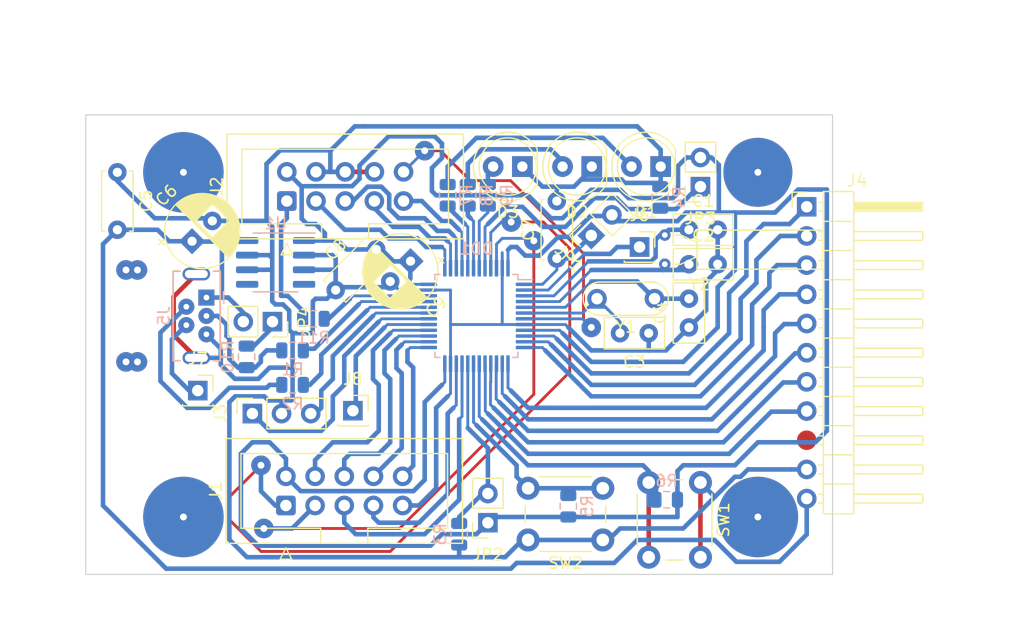
<source format=kicad_pcb>
(kicad_pcb (version 20171130) (host pcbnew 5.1.6+dfsg1-1)
  (layers (0 F.Cu signal) (31 B.Cu signal) (34 B.Paste user) (35 F.Paste user) (36 B.SilkS user) (37 F.SilkS user) (38 B.Mask user) (39 F.Mask user) (44 Edge.Cuts user))
  (net 0 "")
  (net 1 GNDD)
  (net 2 "Net-(C1-Pad1)")
  (net 3 "Net-(C2-Pad1)")
  (net 4 "Net-(C3-Pad2)")
  (net 5 "Net-(C4-Pad2)")
  (net 6 VCC)
  (net 7 "Net-(DD1-Pad46)")
  (net 8 "Net-(DD1-Pad45)")
  (net 9 "Net-(DD1-Pad44)")
  (net 10 "Net-(DD1-Pad43)")
  (net 11 "Net-(DD1-Pad42)")
  (net 12 "Net-(DD1-Pad41)")
  (net 13 "Net-(DD1-Pad40)")
  (net 14 "Net-(DD1-Pad39)")
  (net 15 "Net-(DD1-Pad38)")
  (net 16 "Net-(DD1-Pad37)")
  (net 17 "Net-(DD1-Pad34)")
  (net 18 "Net-(DD1-Pad33)")
  (net 19 "Net-(DD1-Pad32)")
  (net 20 "Net-(DD1-Pad31)")
  (net 21 "Net-(DD1-Pad30)")
  (net 22 "Net-(DD1-Pad29)")
  (net 23 "Net-(DD1-Pad28)")
  (net 24 "Net-(DD1-Pad27)")
  (net 25 "Net-(DD1-Pad26)")
  (net 26 "Net-(DD1-Pad25)")
  (net 27 "Net-(DD1-Pad22)")
  (net 28 "Net-(DD1-Pad21)")
  (net 29 "Net-(DD1-Pad20)")
  (net 30 "Net-(DD1-Pad19)")
  (net 31 "Net-(DD1-Pad18)")
  (net 32 "Net-(DD1-Pad17)")
  (net 33 "Net-(DD1-Pad16)")
  (net 34 "Net-(DD1-Pad15)")
  (net 35 "Net-(DD1-Pad14)")
  (net 36 "Net-(DD1-Pad13)")
  (net 37 "Net-(DD1-Pad12)")
  (net 38 "Net-(DD1-Pad11)")
  (net 39 "Net-(DD1-Pad10)")
  (net 40 "Net-(DD1-Pad7)")
  (net 41 "Net-(DD1-Pad2)")
  (net 42 +5V)
  (net 43 "Net-(J5-Pad4)")
  (net 44 "Net-(J5-Pad3)")
  (net 45 "Net-(J5-Pad2)")
  (net 46 "Net-(C7-Pad1)")
  (net 47 "Net-(D1-Pad2)")
  (net 48 "Net-(D2-Pad2)")
  (net 49 "Net-(D3-Pad2)")
  (net 50 "Net-(JP4-Pad1)")
  (net 51 "Net-(U1-Pad5)")
  (net 52 "Net-(U1-Pad4)")
  (net 53 "Net-(J2-Pad1)")
  (net 54 "Net-(J4-Pad9)")
  (module Connector_PinSocket_2.54mm:PinSocket_1x01_P2.54mm_Vertical (layer F.Cu) (at 73.25 65.75)
    (fp_text reference J8 (at 0 -2.77) (layer F.SilkS))
    (fp_text value PA8)
    (pad 1 thru_hole rect (at 0 0) (size 1.7 1.7) (drill 1) (layers *.Cu *.Mask) (net 22 "Net-(DD1-Pad29)"))
  )
  (module Connector_PinHeader_2.54mm:PinHeader_1x11_P2.54mm_Horizontal (layer F.Cu) (at 112.75 48)
    (fp_text reference J4 (at 4.385 -2.27) (layer F.SilkS))
    (fp_text value PORTA)
    (pad 11 thru_hole oval (at 0 25.4) (size 1.7 1.7) (drill 1) (layers *.Cu *.Mask) (net 42 +5V))
    (pad 10 thru_hole oval (at 0 22.86) (size 1.7 1.7) (drill 1) (layers *.Cu *.Mask) (net 1 GNDD))
    (pad 9 smd oval (at 0 20.32) (size 1.7 1.7) (layers F.Cu F.Paste F.Mask) (net 54 "Net-(J4-Pad9)"))
    (pad 8 thru_hole oval (at 0 17.78) (size 1.7 1.7) (drill 1) (layers *.Cu *.Mask) (net 32 "Net-(DD1-Pad17)"))
    (pad 7 thru_hole oval (at 0 15.24) (size 1.7 1.7) (drill 1) (layers *.Cu *.Mask) (net 33 "Net-(DD1-Pad16)"))
    (pad 6 thru_hole oval (at 0 12.7) (size 1.7 1.7) (drill 1) (layers *.Cu *.Mask) (net 34 "Net-(DD1-Pad15)"))
    (pad 5 thru_hole oval (at 0 10.16) (size 1.7 1.7) (drill 1) (layers *.Cu *.Mask) (net 35 "Net-(DD1-Pad14)"))
    (pad 4 thru_hole oval (at 0 7.62) (size 1.7 1.7) (drill 1) (layers *.Cu *.Mask) (net 36 "Net-(DD1-Pad13)"))
    (pad 3 thru_hole oval (at 0 5.08) (size 1.7 1.7) (drill 1) (layers *.Cu *.Mask) (net 37 "Net-(DD1-Pad12)"))
    (pad 2 thru_hole oval (at 0 2.54) (size 1.7 1.7) (drill 1) (layers *.Cu *.Mask) (net 38 "Net-(DD1-Pad11)"))
    (pad 1 thru_hole rect (at 0 0) (size 1.7 1.7) (drill 1) (layers *.Cu *.Mask) (net 39 "Net-(DD1-Pad10)"))
  )
  (module Resistor_SMD:R_0805_2012Metric (layer B.Cu) (at 69.8125 57.75)
    (fp_text reference R11 (at 0 1.65) (layer B.SilkS) (effects (justify mirror)))
    (fp_text value R)
    (pad 2 smd roundrect (at 0.9375 0) (size 0.975 1.4) (layers B.Cu B.Paste B.Mask) (net 17 "Net-(DD1-Pad34)"))
    (pad 1 smd roundrect (at -0.9375 0) (size 0.975 1.4) (layers B.Cu B.Paste B.Mask) (net 53 "Net-(J2-Pad1)"))
  )
  (module Connector_IDC:IDC-Header_2x05_P2.54mm_Vertical (layer F.Cu) (at 67.5 47.5 90)
    (fp_text reference J2 (at 1.27 -6.1 90) (layer F.SilkS))
    (fp_text value JTAG)
    (pad 10 thru_hole circle (at 2.54 10.16 90) (size 1.7 1.7) (drill 1) (layers *.Cu *.Mask) (net 40 "Net-(DD1-Pad7)"))
    (pad 8 thru_hole circle (at 2.54 7.62 90) (size 1.7 1.7) (drill 1) (layers *.Cu *.Mask) (net 1 GNDD))
    (pad 6 thru_hole circle (at 2.54 5.08 90) (size 1.7 1.7) (drill 1) (layers *.Cu *.Mask) (net 1 GNDD))
    (pad 4 thru_hole circle (at 2.54 2.54 90) (size 1.7 1.7) (drill 1) (layers *.Cu *.Mask) (net 1 GNDD))
    (pad 2 thru_hole circle (at 2.54 0 90) (size 1.7 1.7) (drill 1) (layers *.Cu *.Mask) (net 6 VCC))
    (pad 9 thru_hole circle (at 0 10.16 90) (size 1.7 1.7) (drill 1) (layers *.Cu *.Mask) (net 13 "Net-(DD1-Pad40)"))
    (pad 7 thru_hole circle (at 0 7.62 90) (size 1.7 1.7) (drill 1) (layers *.Cu *.Mask) (net 15 "Net-(DD1-Pad38)"))
    (pad 5 thru_hole circle (at 0 5.08 90) (size 1.7 1.7) (drill 1) (layers *.Cu *.Mask) (net 14 "Net-(DD1-Pad39)"))
    (pad 3 thru_hole circle (at 0 2.54 90) (size 1.7 1.7) (drill 1) (layers *.Cu *.Mask) (net 16 "Net-(DD1-Pad37)"))
    (pad 1 thru_hole roundrect (at 0 0 90) (size 1.7 1.7) (drill 1) (layers *.Cu *.Mask) (roundrect_rratio 0.147059) (net 53 "Net-(J2-Pad1)"))
  )
  (module Capacitor_THT:C_Disc_D5.0mm_W2.5mm_P2.50mm (layer F.Cu) (at 102.5 58.5 90)
    (fp_text reference C4 (at 1.25 -2.5 90) (layer F.SilkS))
    (fp_text value C)
    (pad 2 thru_hole circle (at 2.5 0 90) (size 1.6 1.6) (drill 0.8) (layers *.Cu *.Mask) (net 5 "Net-(C4-Pad2)"))
    (pad 1 thru_hole circle (at 0 0 90) (size 1.6 1.6) (drill 0.8) (layers *.Cu *.Mask) (net 1 GNDD))
  )
  (module Capacitor_THT:C_Disc_D5.0mm_W2.5mm_P2.50mm (layer F.Cu) (at 99 59 180)
    (fp_text reference C3 (at 1.25 -2.5) (layer F.SilkS))
    (fp_text value C)
    (pad 2 thru_hole circle (at 2.5 0 180) (size 1.6 1.6) (drill 0.8) (layers *.Cu *.Mask) (net 4 "Net-(C3-Pad2)"))
    (pad 1 thru_hole circle (at 0 0 180) (size 1.6 1.6) (drill 0.8) (layers *.Cu *.Mask) (net 1 GNDD))
  )
  (module Capacitor_THT:C_Disc_D5.0mm_W2.5mm_P2.50mm (layer F.Cu) (at 102.5 53)
    (fp_text reference C2 (at 1.25 -2.5) (layer F.SilkS))
    (fp_text value C)
    (pad 2 thru_hole circle (at 2.5 0) (size 1.6 1.6) (drill 0.8) (layers *.Cu *.Mask) (net 1 GNDD))
    (pad 1 thru_hole circle (at 0 0) (size 1.6 1.6) (drill 0.8) (layers *.Cu *.Mask) (net 3 "Net-(C2-Pad1)"))
  )
  (module Capacitor_THT:C_Disc_D5.0mm_W2.5mm_P2.50mm (layer F.Cu) (at 102.5 50)
    (fp_text reference C1 (at 1.25 -2.5) (layer F.SilkS))
    (fp_text value C)
    (pad 2 thru_hole circle (at 2.5 0) (size 1.6 1.6) (drill 0.8) (layers *.Cu *.Mask) (net 1 GNDD))
    (pad 1 thru_hole circle (at 0 0) (size 1.6 1.6) (drill 0.8) (layers *.Cu *.Mask) (net 2 "Net-(C1-Pad1)"))
  )
  (module LED_THT:LED_D5.0mm_Clear (layer F.Cu) (at 88 44.5 180)
    (fp_text reference D3 (at 1.27 -3.96) (layer F.SilkS))
    (fp_text value LED)
    (pad 2 thru_hole circle (at 2.54 0 180) (size 1.8 1.8) (drill 0.9) (layers *.Cu *.Mask) (net 49 "Net-(D3-Pad2)"))
    (pad 1 thru_hole rect (at 0 0 180) (size 1.8 1.8) (drill 0.9) (layers *.Cu *.Mask) (net 1 GNDD))
  )
  (module LED_THT:LED_D5.0mm_Clear (layer F.Cu) (at 94.04 44.5 180)
    (fp_text reference D2 (at 1.27 -3.96) (layer F.SilkS))
    (fp_text value LED)
    (pad 2 thru_hole circle (at 2.54 0 180) (size 1.8 1.8) (drill 0.9) (layers *.Cu *.Mask) (net 48 "Net-(D2-Pad2)"))
    (pad 1 thru_hole rect (at 0 0 180) (size 1.8 1.8) (drill 0.9) (layers *.Cu *.Mask) (net 1 GNDD))
  )
  (module LED_THT:LED_D5.0mm_Clear (layer F.Cu) (at 100.04 44.5 180)
    (fp_text reference D1 (at 1.27 -3.96) (layer F.SilkS))
    (fp_text value LED)
    (pad 2 thru_hole circle (at 2.54 0 180) (size 1.8 1.8) (drill 0.9) (layers *.Cu *.Mask) (net 47 "Net-(D1-Pad2)"))
    (pad 1 thru_hole rect (at 0 0 180) (size 1.8 1.8) (drill 0.9) (layers *.Cu *.Mask) (net 1 GNDD))
  )
  (module Package_SO:SOIC-8_3.9x4.9mm_P1.27mm (layer B.Cu) (at 66.525 52.845 180)
    (fp_text reference U1 (at 0 3.4) (layer B.SilkS) (effects (justify mirror)))
    (fp_text value L78L33_SO8)
    (pad 8 smd roundrect (at 2.475 1.905 180) (size 1.95 0.6) (layers B.Cu B.Paste B.Mask) (net 42 +5V))
    (pad 7 smd roundrect (at 2.475 0.635 180) (size 1.95 0.6) (layers B.Cu B.Paste B.Mask) (net 1 GNDD))
    (pad 6 smd roundrect (at 2.475 -0.635 180) (size 1.95 0.6) (layers B.Cu B.Paste B.Mask) (net 1 GNDD))
    (pad 5 smd roundrect (at 2.475 -1.905 180) (size 1.95 0.6) (layers B.Cu B.Paste B.Mask) (net 51 "Net-(U1-Pad5)"))
    (pad 4 smd roundrect (at -2.475 -1.905 180) (size 1.95 0.6) (layers B.Cu B.Paste B.Mask) (net 52 "Net-(U1-Pad4)"))
    (pad 3 smd roundrect (at -2.475 -0.635 180) (size 1.95 0.6) (layers B.Cu B.Paste B.Mask) (net 1 GNDD))
    (pad 2 smd roundrect (at -2.475 0.635 180) (size 1.95 0.6) (layers B.Cu B.Paste B.Mask) (net 1 GNDD))
    (pad 1 smd roundrect (at -2.475 1.905 180) (size 1.95 0.6) (layers B.Cu B.Paste B.Mask) (net 6 VCC))
  )
  (module Button_Switch_THT:SW_PUSH_6mm_H8mm (layer F.Cu) (at 95 77 180)
    (fp_text reference SW2 (at 3.25 -2) (layer F.SilkS))
    (fp_text value SW_Push)
    (pad 2 thru_hole circle (at 0 4.5 270) (size 2 2) (drill 1.1) (layers *.Cu *.Mask) (net 30 "Net-(DD1-Pad19)"))
    (pad 1 thru_hole circle (at 0 0 270) (size 2 2) (drill 1.1) (layers *.Cu *.Mask) (net 1 GNDD))
    (pad 2 thru_hole circle (at 6.5 4.5 270) (size 2 2) (drill 1.1) (layers *.Cu *.Mask) (net 30 "Net-(DD1-Pad19)"))
    (pad 1 thru_hole circle (at 6.5 0 270) (size 2 2) (drill 1.1) (layers *.Cu *.Mask) (net 1 GNDD))
  )
  (module Button_Switch_THT:SW_PUSH_6mm_H8mm (layer F.Cu) (at 103.5 72 270)
    (fp_text reference SW1 (at 3.25 -2 90) (layer F.SilkS))
    (fp_text value SW_Push)
    (pad 1 thru_hole circle (at 6.5 0) (size 2 2) (drill 1.1) (layers *.Cu *.Mask) (net 1 GNDD))
    (pad 2 thru_hole circle (at 6.5 4.5) (size 2 2) (drill 1.1) (layers *.Cu *.Mask) (net 31 "Net-(DD1-Pad18)"))
    (pad 1 thru_hole circle (at 0 0) (size 2 2) (drill 1.1) (layers *.Cu *.Mask) (net 1 GNDD))
    (pad 2 thru_hole circle (at 0 4.5) (size 2 2) (drill 1.1) (layers *.Cu *.Mask) (net 31 "Net-(DD1-Pad18)"))
  )
  (module Resistor_SMD:R_0805_2012Metric (layer B.Cu) (at 64 61.0625 270)
    (fp_text reference R10 (at 0 1.65 90) (layer B.SilkS) (effects (justify mirror)))
    (fp_text value R)
    (pad 2 smd roundrect (at 0.9375 0 270) (size 0.975 1.4) (layers B.Cu B.Paste B.Mask) (net 44 "Net-(J5-Pad3)"))
    (pad 1 smd roundrect (at -0.9375 0 270) (size 0.975 1.4) (layers B.Cu B.Paste B.Mask) (net 50 "Net-(JP4-Pad1)"))
  )
  (module Resistor_SMD:R_0805_2012Metric (layer B.Cu) (at 85 47 90)
    (fp_text reference R9 (at 0 1.65 90) (layer B.SilkS) (effects (justify mirror)))
    (fp_text value R)
    (pad 2 smd roundrect (at 0.9375 0 90) (size 0.975 1.4) (layers B.Cu B.Paste B.Mask) (net 49 "Net-(D3-Pad2)"))
    (pad 1 smd roundrect (at -0.9375 0 90) (size 0.975 1.4) (layers B.Cu B.Paste B.Mask) (net 10 "Net-(DD1-Pad43)"))
  )
  (module Resistor_SMD:R_0805_2012Metric (layer B.Cu) (at 83.25 47 90)
    (fp_text reference R8 (at 0 1.65 90) (layer B.SilkS) (effects (justify mirror)))
    (fp_text value R)
    (pad 2 smd roundrect (at 0.9375 0 90) (size 0.975 1.4) (layers B.Cu B.Paste B.Mask) (net 48 "Net-(D2-Pad2)"))
    (pad 1 smd roundrect (at -0.9375 0 90) (size 0.975 1.4) (layers B.Cu B.Paste B.Mask) (net 11 "Net-(DD1-Pad42)"))
  )
  (module Resistor_SMD:R_0805_2012Metric (layer B.Cu) (at 81.5 47 90)
    (fp_text reference R7 (at 0 1.65 90) (layer B.SilkS) (effects (justify mirror)))
    (fp_text value R)
    (pad 2 smd roundrect (at 0.9375 0 90) (size 0.975 1.4) (layers B.Cu B.Paste B.Mask) (net 47 "Net-(D1-Pad2)"))
    (pad 1 smd roundrect (at -0.9375 0 90) (size 0.975 1.4) (layers B.Cu B.Paste B.Mask) (net 12 "Net-(DD1-Pad41)"))
  )
  (module Resistor_SMD:R_0805_2012Metric (layer B.Cu) (at 100.5625 73.5 180)
    (fp_text reference R6 (at 0 1.65) (layer B.SilkS) (effects (justify mirror)))
    (fp_text value R)
    (pad 2 smd roundrect (at 0.9375 0 180) (size 0.975 1.4) (layers B.Cu B.Paste B.Mask) (net 31 "Net-(DD1-Pad18)"))
    (pad 1 smd roundrect (at -0.9375 0 180) (size 0.975 1.4) (layers B.Cu B.Paste B.Mask) (net 6 VCC))
  )
  (module Resistor_SMD:R_0805_2012Metric (layer B.Cu) (at 92 74.0625 90)
    (fp_text reference R5 (at 0 1.65 90) (layer B.SilkS) (effects (justify mirror)))
    (fp_text value R)
    (pad 2 smd roundrect (at 0.9375 0 90) (size 0.975 1.4) (layers B.Cu B.Paste B.Mask) (net 30 "Net-(DD1-Pad19)"))
    (pad 1 smd roundrect (at -0.9375 0 90) (size 0.975 1.4) (layers B.Cu B.Paste B.Mask) (net 6 VCC))
  )
  (module Connector_PinSocket_2.54mm:PinSocket_1x02_P2.54mm_Vertical (layer F.Cu) (at 66.25 58 270)
    (fp_text reference JP4 (at 0 -2.77 90) (layer F.SilkS))
    (fp_text value usb_pup)
    (pad 2 thru_hole oval (at 0 2.54 270) (size 1.7 1.7) (drill 1) (layers *.Cu *.Mask) (net 42 +5V))
    (pad 1 thru_hole rect (at 0 0 270) (size 1.7 1.7) (drill 1) (layers *.Cu *.Mask) (net 50 "Net-(JP4-Pad1)"))
  )
  (module Connector_PinSocket_2.54mm:PinSocket_1x01_P2.54mm_Vertical (layer F.Cu) (at 59.75 64)
    (fp_text reference J7 (at 0 -2.77) (layer F.SilkS))
    (fp_text value USB_ID)
    (pad 1 thru_hole rect (at 0 0) (size 1.7 1.7) (drill 1) (layers *.Cu *.Mask) (net 43 "Net-(J5-Pad4)"))
  )
  (module Connector_IDC:IDC-Header_2x05_P2.54mm_Vertical (layer F.Cu) (at 67.42 74 90)
    (fp_text reference J1 (at 1.27 -6.1 90) (layer F.SilkS))
    (fp_text value PORTB)
    (pad 10 thru_hole circle (at 2.54 10.16 90) (size 1.7 1.7) (drill 1) (layers *.Cu *.Mask) (net 26 "Net-(DD1-Pad25)"))
    (pad 8 thru_hole circle (at 2.54 7.62 90) (size 1.7 1.7) (drill 1) (layers *.Cu *.Mask) (net 25 "Net-(DD1-Pad26)"))
    (pad 6 thru_hole circle (at 2.54 5.08 90) (size 1.7 1.7) (drill 1) (layers *.Cu *.Mask) (net 24 "Net-(DD1-Pad27)"))
    (pad 4 thru_hole circle (at 2.54 2.54 90) (size 1.7 1.7) (drill 1) (layers *.Cu *.Mask) (net 23 "Net-(DD1-Pad28)"))
    (pad 2 thru_hole circle (at 2.54 0 90) (size 1.7 1.7) (drill 1) (layers *.Cu *.Mask) (net 6 VCC))
    (pad 9 thru_hole circle (at 0 10.16 90) (size 1.7 1.7) (drill 1) (layers *.Cu *.Mask) (net 1 GNDD))
    (pad 7 thru_hole circle (at 0 7.62 90) (size 1.7 1.7) (drill 1) (layers *.Cu *.Mask) (net 27 "Net-(DD1-Pad22)"))
    (pad 5 thru_hole circle (at 0 5.08 90) (size 1.7 1.7) (drill 1) (layers *.Cu *.Mask) (net 28 "Net-(DD1-Pad21)"))
    (pad 3 thru_hole circle (at 0 2.54 90) (size 1.7 1.7) (drill 1) (layers *.Cu *.Mask) (net 7 "Net-(DD1-Pad46)"))
    (pad 1 thru_hole roundrect (at 0 0 90) (size 1.7 1.7) (drill 1) (layers *.Cu *.Mask) (roundrect_rratio 0.147059) (net 8 "Net-(DD1-Pad45)"))
  )
  (module Capacitor_THT:C_Disc_D5.0mm_W2.5mm_P5.00mm (layer F.Cu) (at 71.75 55.25 45)
    (fp_text reference C8 (at 2.5 -2.5 45) (layer F.SilkS))
    (fp_text value C)
    (pad 2 thru_hole circle (at 5 0 45) (size 1.6 1.6) (drill 0.8) (layers *.Cu *.Mask) (net 6 VCC))
    (pad 1 thru_hole circle (at 0 0 45) (size 1.6 1.6) (drill 0.8) (layers *.Cu *.Mask) (net 1 GNDD))
  )
  (module Capacitor_THT:C_Disc_D5.0mm_W2.5mm_P5.00mm (layer F.Cu) (at 91 52.5 90)
    (fp_text reference C7 (at 2.5 -2.5 90) (layer F.SilkS))
    (fp_text value C)
    (pad 2 thru_hole circle (at 5 0 90) (size 1.6 1.6) (drill 0.8) (layers *.Cu *.Mask) (net 1 GNDD))
    (pad 1 thru_hole circle (at 0 0 90) (size 1.6 1.6) (drill 0.8) (layers *.Cu *.Mask) (net 46 "Net-(C7-Pad1)"))
  )
  (module Capacitor_THT:C_Disc_D5.0mm_W2.5mm_P5.00mm (layer F.Cu) (at 52.75 45 270)
    (fp_text reference C5 (at 2.5 -2.5 90) (layer F.SilkS))
    (fp_text value C)
    (pad 2 thru_hole circle (at 5 0 270) (size 1.6 1.6) (drill 0.8) (layers *.Cu *.Mask) (net 42 +5V))
    (pad 1 thru_hole circle (at 0 0 270) (size 1.6 1.6) (drill 0.8) (layers *.Cu *.Mask) (net 1 GNDD))
  )
  (module Resistor_SMD:R_0805_2012Metric (layer B.Cu) (at 100 47.1875 90)
    (fp_text reference R4 (at 0 1.65 90) (layer B.SilkS) (effects (justify mirror)))
    (fp_text value R)
    (pad 2 smd roundrect (at 0.9375 0 90) (size 0.975 1.4) (layers B.Cu B.Paste B.Mask) (net 1 GNDD))
    (pad 1 smd roundrect (at -0.9375 0 90) (size 0.975 1.4) (layers B.Cu B.Paste B.Mask) (net 9 "Net-(DD1-Pad44)"))
  )
  (module Resistor_SMD:R_0805_2012Metric (layer B.Cu) (at 82.5 76.5 270)
    (fp_text reference R3 (at 0 1.65 90) (layer B.SilkS) (effects (justify mirror)))
    (fp_text value R)
    (pad 2 smd roundrect (at 0.9375 0 270) (size 0.975 1.4) (layers B.Cu B.Paste B.Mask) (net 1 GNDD))
    (pad 1 smd roundrect (at -0.9375 0 270) (size 0.975 1.4) (layers B.Cu B.Paste B.Mask) (net 29 "Net-(DD1-Pad20)"))
  )
  (module Connector_PinSocket_2.54mm:PinSocket_1x02_P2.54mm_Vertical (layer F.Cu) (at 103.5 46.25 180)
    (fp_text reference JP3 (at 0 -2.77) (layer F.SilkS))
    (fp_text value BOOT0)
    (pad 2 thru_hole oval (at 0 2.54 180) (size 1.7 1.7) (drill 1) (layers *.Cu *.Mask) (net 6 VCC))
    (pad 1 thru_hole rect (at 0 0 180) (size 1.7 1.7) (drill 1) (layers *.Cu *.Mask) (net 9 "Net-(DD1-Pad44)"))
  )
  (module Connector_PinSocket_2.54mm:PinSocket_1x02_P2.54mm_Vertical (layer F.Cu) (at 85 75.5 180)
    (fp_text reference JP2 (at 0 -2.77) (layer F.SilkS))
    (fp_text value BOOT1)
    (pad 2 thru_hole oval (at 0 2.54 180) (size 1.7 1.7) (drill 1) (layers *.Cu *.Mask) (net 29 "Net-(DD1-Pad20)"))
    (pad 1 thru_hole rect (at 0 0 180) (size 1.7 1.7) (drill 1) (layers *.Cu *.Mask) (net 6 VCC))
  )
  (module Capacitor_THT:CP_Radial_D6.3mm_P2.50mm (layer F.Cu) (at 78.267767 52.732233 225)
    (fp_text reference C9 (at 1.25 -4.4 45) (layer F.SilkS))
    (fp_text value CP)
    (pad 2 thru_hole circle (at 2.5 0 225) (size 1.6 1.6) (drill 0.8) (layers *.Cu *.Mask) (net 1 GNDD))
    (pad 1 thru_hole rect (at 0 0 225) (size 1.6 1.6) (drill 0.8) (layers *.Cu *.Mask) (net 6 VCC))
  )
  (module Capacitor_THT:CP_Radial_D6.3mm_P2.50mm (layer F.Cu) (at 59.25 51 45)
    (fp_text reference C6 (at 1.25 -4.4 45) (layer F.SilkS))
    (fp_text value CP)
    (pad 2 thru_hole circle (at 2.5 0 45) (size 1.6 1.6) (drill 0.8) (layers *.Cu *.Mask) (net 1 GNDD))
    (pad 1 thru_hole rect (at 0 0 45) (size 1.6 1.6) (drill 0.8) (layers *.Cu *.Mask) (net 42 +5V))
  )
  (module Connector_PinSocket_2.54mm:PinSocket_1x01_P2.54mm_Vertical (layer F.Cu) (at 98.2 51.5)
    (fp_text reference J6 (at 0 -2.77) (layer F.SilkS))
    (fp_text value PC13)
    (pad 1 thru_hole rect (at 0 0) (size 1.7 1.7) (drill 1) (layers *.Cu *.Mask) (net 41 "Net-(DD1-Pad2)"))
  )
  (module Crystal:Crystal_AT310_D3.0mm_L10.0mm_Horizontal (layer F.Cu) (at 100.4 53 90)
    (fp_text reference Y2 (at -1.75 3) (layer F.SilkS))
    (fp_text value 32k)
    (pad 2 thru_hole circle (at 2.54 0 90) (size 1 1) (drill 0.5) (layers *.Cu *.Mask) (net 2 "Net-(C1-Pad1)"))
    (pad 1 thru_hole circle (at 0 0 90) (size 1 1) (drill 0.5) (layers *.Cu *.Mask) (net 3 "Net-(C2-Pad1)"))
  )
  (module Crystal:Resonator-2Pin_W7.0mm_H2.5mm (layer F.Cu) (at 99.5 56 180)
    (fp_text reference Y1 (at 2.5 -2.45) (layer F.SilkS))
    (fp_text value HSE)
    (pad 2 thru_hole circle (at 5 0 180) (size 1.7 1.7) (drill 1) (layers *.Cu *.Mask) (net 4 "Net-(C3-Pad2)"))
    (pad 1 thru_hole circle (at 0 0 180) (size 1.7 1.7) (drill 1) (layers *.Cu *.Mask) (net 5 "Net-(C4-Pad2)"))
  )
  (module Resistor_SMD:R_0805_2012Metric (layer B.Cu) (at 68 63.5)
    (fp_text reference R2 (at 0 1.65) (layer B.SilkS) (effects (justify mirror)))
    (fp_text value R)
    (pad 2 smd roundrect (at 0.9375 0) (size 0.975 1.4) (layers B.Cu B.Paste B.Mask) (net 19 "Net-(DD1-Pad32)"))
    (pad 1 smd roundrect (at -0.9375 0) (size 0.975 1.4) (layers B.Cu B.Paste B.Mask) (net 45 "Net-(J5-Pad2)"))
  )
  (module Resistor_SMD:R_0805_2012Metric (layer B.Cu) (at 68 60.5)
    (fp_text reference R1 (at 0 1.65) (layer B.SilkS) (effects (justify mirror)))
    (fp_text value R)
    (pad 2 smd roundrect (at 0.9375 0) (size 0.975 1.4) (layers B.Cu B.Paste B.Mask) (net 18 "Net-(DD1-Pad33)"))
    (pad 1 smd roundrect (at -0.9375 0) (size 0.975 1.4) (layers B.Cu B.Paste B.Mask) (net 44 "Net-(J5-Pad3)"))
  )
  (module Connector_PinSocket_2.54mm:PinSocket_1x02_P2.54mm_Vertical (layer F.Cu) (at 94 50.5 135)
    (fp_text reference JP1 (at 0 -2.77 135) (layer F.SilkS))
    (fp_text value Jumper)
    (pad 2 thru_hole oval (at 0 2.54 135) (size 1.7 1.7) (drill 1) (layers *.Cu *.Mask) (net 6 VCC))
    (pad 1 thru_hole rect (at 0 0 135) (size 1.7 1.7) (drill 1) (layers *.Cu *.Mask) (net 46 "Net-(C7-Pad1)"))
  )
  (module Connector_USB:USB_Mini-B_Tensility_54-00023_Vertical (layer B.Cu) (at 60.5 55.9 270)
    (fp_text reference J5 (at 1.6 3.7 270) (layer B.SilkS) (effects (justify mirror)))
    (fp_text value USB_B_Mini)
    (pad 6 thru_hole oval (at 5.25 0.875 270) (size 1.1 2.4) (drill oval 0.7 2) (layers *.Cu *.Mask) (net 1 GNDD))
    (pad 6 thru_hole oval (at -2.05 0.875 270) (size 1.1 2.4) (drill oval 0.7 2) (layers *.Cu *.Mask) (net 1 GNDD))
    (pad 5 thru_hole circle (at 3.2 0 270) (size 1.4 1.4) (drill 0.5) (layers *.Cu *.Mask) (net 1 GNDD))
    (pad 4 thru_hole circle (at 2.4 1.75 270) (size 1.4 1.4) (drill 0.5) (layers *.Cu *.Mask) (net 43 "Net-(J5-Pad4)"))
    (pad 3 thru_hole circle (at 1.6 0 270) (size 1.4 1.4) (drill 0.5) (layers *.Cu *.Mask) (net 44 "Net-(J5-Pad3)"))
    (pad 2 thru_hole circle (at 0.8 1.75 270) (size 1.4 1.4) (drill 0.5) (layers *.Cu *.Mask) (net 45 "Net-(J5-Pad2)"))
    (pad 1 thru_hole rect (at 0 0 270) (size 1.4 1.4) (drill 0.5) (layers *.Cu *.Mask) (net 42 +5V))
  )
  (module Connector_PinSocket_2.54mm:PinSocket_1x03_P2.54mm_Vertical (layer F.Cu) (at 64.5 66 90)
    (fp_text reference J3 (at 0 -2.77 90) (layer F.SilkS))
    (fp_text value UART)
    (pad 3 thru_hole oval (at 0 5.08 90) (size 1.7 1.7) (drill 1) (layers *.Cu *.Mask) (net 20 "Net-(DD1-Pad31)"))
    (pad 2 thru_hole oval (at 0 2.54 90) (size 1.7 1.7) (drill 1) (layers *.Cu *.Mask) (net 1 GNDD))
    (pad 1 thru_hole rect (at 0 0 90) (size 1.7 1.7) (drill 1) (layers *.Cu *.Mask) (net 21 "Net-(DD1-Pad30)"))
  )
  (module Package_QFP:LQFP-48_7x7mm_P0.5mm (layer B.Cu) (at 84 57.5 180)
    (fp_text reference DD1 (at 0 5.85) (layer B.SilkS) (effects (justify mirror)))
    (fp_text value STM32F103CBTx)
    (pad 48 smd roundrect (at -2.75 4.1625 180) (size 0.3 1.475) (layers B.Cu B.Paste B.Mask) (net 6 VCC))
    (pad 47 smd roundrect (at -2.25 4.1625 180) (size 0.3 1.475) (layers B.Cu B.Paste B.Mask) (net 1 GNDD))
    (pad 46 smd roundrect (at -1.75 4.1625 180) (size 0.3 1.475) (layers B.Cu B.Paste B.Mask) (net 7 "Net-(DD1-Pad46)"))
    (pad 45 smd roundrect (at -1.25 4.1625 180) (size 0.3 1.475) (layers B.Cu B.Paste B.Mask) (net 8 "Net-(DD1-Pad45)"))
    (pad 44 smd roundrect (at -0.75 4.1625 180) (size 0.3 1.475) (layers B.Cu B.Paste B.Mask) (net 9 "Net-(DD1-Pad44)"))
    (pad 43 smd roundrect (at -0.25 4.1625 180) (size 0.3 1.475) (layers B.Cu B.Paste B.Mask) (net 10 "Net-(DD1-Pad43)"))
    (pad 42 smd roundrect (at 0.25 4.1625 180) (size 0.3 1.475) (layers B.Cu B.Paste B.Mask) (net 11 "Net-(DD1-Pad42)"))
    (pad 41 smd roundrect (at 0.75 4.1625 180) (size 0.3 1.475) (layers B.Cu B.Paste B.Mask) (net 12 "Net-(DD1-Pad41)"))
    (pad 40 smd roundrect (at 1.25 4.1625 180) (size 0.3 1.475) (layers B.Cu B.Paste B.Mask) (net 13 "Net-(DD1-Pad40)"))
    (pad 39 smd roundrect (at 1.75 4.1625 180) (size 0.3 1.475) (layers B.Cu B.Paste B.Mask) (net 14 "Net-(DD1-Pad39)"))
    (pad 38 smd roundrect (at 2.25 4.1625 180) (size 0.3 1.475) (layers B.Cu B.Paste B.Mask) (net 15 "Net-(DD1-Pad38)"))
    (pad 37 smd roundrect (at 2.75 4.1625 180) (size 0.3 1.475) (layers B.Cu B.Paste B.Mask) (net 16 "Net-(DD1-Pad37)"))
    (pad 36 smd roundrect (at 4.1625 2.75 180) (size 1.475 0.3) (layers B.Cu B.Paste B.Mask) (net 6 VCC))
    (pad 35 smd roundrect (at 4.1625 2.25 180) (size 1.475 0.3) (layers B.Cu B.Paste B.Mask) (net 1 GNDD))
    (pad 34 smd roundrect (at 4.1625 1.75 180) (size 1.475 0.3) (layers B.Cu B.Paste B.Mask) (net 17 "Net-(DD1-Pad34)"))
    (pad 33 smd roundrect (at 4.1625 1.25 180) (size 1.475 0.3) (layers B.Cu B.Paste B.Mask) (net 18 "Net-(DD1-Pad33)"))
    (pad 32 smd roundrect (at 4.1625 0.75 180) (size 1.475 0.3) (layers B.Cu B.Paste B.Mask) (net 19 "Net-(DD1-Pad32)"))
    (pad 31 smd roundrect (at 4.1625 0.25 180) (size 1.475 0.3) (layers B.Cu B.Paste B.Mask) (net 20 "Net-(DD1-Pad31)"))
    (pad 30 smd roundrect (at 4.1625 -0.25 180) (size 1.475 0.3) (layers B.Cu B.Paste B.Mask) (net 21 "Net-(DD1-Pad30)"))
    (pad 29 smd roundrect (at 4.1625 -0.75 180) (size 1.475 0.3) (layers B.Cu B.Paste B.Mask) (net 22 "Net-(DD1-Pad29)"))
    (pad 28 smd roundrect (at 4.1625 -1.25 180) (size 1.475 0.3) (layers B.Cu B.Paste B.Mask) (net 23 "Net-(DD1-Pad28)"))
    (pad 27 smd roundrect (at 4.1625 -1.75 180) (size 1.475 0.3) (layers B.Cu B.Paste B.Mask) (net 24 "Net-(DD1-Pad27)"))
    (pad 26 smd roundrect (at 4.1625 -2.25 180) (size 1.475 0.3) (layers B.Cu B.Paste B.Mask) (net 25 "Net-(DD1-Pad26)"))
    (pad 25 smd roundrect (at 4.1625 -2.75 180) (size 1.475 0.3) (layers B.Cu B.Paste B.Mask) (net 26 "Net-(DD1-Pad25)"))
    (pad 24 smd roundrect (at 2.75 -4.1625 180) (size 0.3 1.475) (layers B.Cu B.Paste B.Mask) (net 6 VCC))
    (pad 23 smd roundrect (at 2.25 -4.1625 180) (size 0.3 1.475) (layers B.Cu B.Paste B.Mask) (net 1 GNDD))
    (pad 22 smd roundrect (at 1.75 -4.1625 180) (size 0.3 1.475) (layers B.Cu B.Paste B.Mask) (net 27 "Net-(DD1-Pad22)"))
    (pad 21 smd roundrect (at 1.25 -4.1625 180) (size 0.3 1.475) (layers B.Cu B.Paste B.Mask) (net 28 "Net-(DD1-Pad21)"))
    (pad 20 smd roundrect (at 0.75 -4.1625 180) (size 0.3 1.475) (layers B.Cu B.Paste B.Mask) (net 29 "Net-(DD1-Pad20)"))
    (pad 19 smd roundrect (at 0.25 -4.1625 180) (size 0.3 1.475) (layers B.Cu B.Paste B.Mask) (net 30 "Net-(DD1-Pad19)"))
    (pad 18 smd roundrect (at -0.25 -4.1625 180) (size 0.3 1.475) (layers B.Cu B.Paste B.Mask) (net 31 "Net-(DD1-Pad18)"))
    (pad 17 smd roundrect (at -0.75 -4.1625 180) (size 0.3 1.475) (layers B.Cu B.Paste B.Mask) (net 32 "Net-(DD1-Pad17)"))
    (pad 16 smd roundrect (at -1.25 -4.1625 180) (size 0.3 1.475) (layers B.Cu B.Paste B.Mask) (net 33 "Net-(DD1-Pad16)"))
    (pad 15 smd roundrect (at -1.75 -4.1625 180) (size 0.3 1.475) (layers B.Cu B.Paste B.Mask) (net 34 "Net-(DD1-Pad15)"))
    (pad 14 smd roundrect (at -2.25 -4.1625 180) (size 0.3 1.475) (layers B.Cu B.Paste B.Mask) (net 35 "Net-(DD1-Pad14)"))
    (pad 13 smd roundrect (at -2.75 -4.1625 180) (size 0.3 1.475) (layers B.Cu B.Paste B.Mask) (net 36 "Net-(DD1-Pad13)"))
    (pad 12 smd roundrect (at -4.1625 -2.75 180) (size 1.475 0.3) (layers B.Cu B.Paste B.Mask) (net 37 "Net-(DD1-Pad12)"))
    (pad 11 smd roundrect (at -4.1625 -2.25 180) (size 1.475 0.3) (layers B.Cu B.Paste B.Mask) (net 38 "Net-(DD1-Pad11)"))
    (pad 10 smd roundrect (at -4.1625 -1.75 180) (size 1.475 0.3) (layers B.Cu B.Paste B.Mask) (net 39 "Net-(DD1-Pad10)"))
    (pad 9 smd roundrect (at -4.1625 -1.25 180) (size 1.475 0.3) (layers B.Cu B.Paste B.Mask) (net 6 VCC))
    (pad 8 smd roundrect (at -4.1625 -0.75 180) (size 1.475 0.3) (layers B.Cu B.Paste B.Mask) (net 1 GNDD))
    (pad 7 smd roundrect (at -4.1625 -0.25 180) (size 1.475 0.3) (layers B.Cu B.Paste B.Mask) (net 40 "Net-(DD1-Pad7)"))
    (pad 6 smd roundrect (at -4.1625 0.25 180) (size 1.475 0.3) (layers B.Cu B.Paste B.Mask) (net 4 "Net-(C3-Pad2)"))
    (pad 5 smd roundrect (at -4.1625 0.75 180) (size 1.475 0.3) (layers B.Cu B.Paste B.Mask) (net 5 "Net-(C4-Pad2)"))
    (pad 4 smd roundrect (at -4.1625 1.25 180) (size 1.475 0.3) (layers B.Cu B.Paste B.Mask) (net 3 "Net-(C2-Pad1)"))
    (pad 3 smd roundrect (at -4.1625 1.75 180) (size 1.475 0.3) (layers B.Cu B.Paste B.Mask) (net 2 "Net-(C1-Pad1)"))
    (pad 2 smd roundrect (at -4.1625 2.25 180) (size 1.475 0.3) (layers B.Cu B.Paste B.Mask) (net 41 "Net-(DD1-Pad2)"))
    (pad 1 smd roundrect (at -4.1625 2.75 180) (size 1.475 0.3) (layers B.Cu B.Paste B.Mask) (net 46 "Net-(C7-Pad1)"))
  )
  (gr_poly (pts (xy 115 80) (xy 50 80) (xy 50 40) (xy 115 40)) (layer Edge.Cuts) (width 0.1))
  (via (at 53.5 53.5) (size 1.7) (drill 0.6) (layers F.Cu B.Cu) (net 0))
  (via (at 54.5 53.5) (size 1.7) (drill 0.6) (layers F.Cu B.Cu) (net 0))
  (via (at 54.5 61.5) (size 1.7) (drill 0.6) (layers F.Cu B.Cu) (net 0))
  (via (at 53.5 61.5) (size 1.7) (drill 0.6) (layers F.Cu B.Cu) (net 0))
  (via (at 58.5 45) (size 7) (drill 0.6) (layers F.Cu B.Cu) (net 0))
  (via (at 58.5 75) (size 7) (drill 0.6) (layers F.Cu B.Cu) (net 0))
  (segment (start 81.75 58.25) (end 81.75 61) (width 0.25) (layer B.Cu) (net 1))
  (segment (start 81.75 55.25) (end 81.75 58.25) (width 0.25) (layer B.Cu) (net 1))
  (segment (start 79.8375 55.25) (end 81.75 55.25) (width 0.25) (layer B.Cu) (net 1))
  (segment (start 86.25 53.3375) (end 86.25 58.25) (width 0.25) (layer B.Cu) (net 1))
  (segment (start 86.25 58.25) (end 81.75 58.25) (width 0.25) (layer B.Cu) (net 1))
  (segment (start 88.1625 58.25) (end 86.25 58.25) (width 0.25) (layer B.Cu) (net 1))
  (segment (start 99 60.5) (end 99 59) (width 0.4) (layer B.Cu) (net 1))
  (segment (start 100.5 60.5) (end 102.5 58.5) (width 0.4) (layer B.Cu) (net 1))
  (segment (start 99 60.5) (end 100.5 60.5) (width 0.4) (layer B.Cu) (net 1))
  (segment (start 94 60.5) (end 99 60.5) (width 0.4) (layer B.Cu) (net 1))
  (segment (start 92 58.5) (end 94 60.5) (width 0.4) (layer B.Cu) (net 1))
  (segment (start 91.75 58.25) (end 92 58.5) (width 0.25) (layer B.Cu) (net 1))
  (segment (start 88.1625 58.25) (end 91.75 58.25) (width 0.25) (layer B.Cu) (net 1))
  (segment (start 104 57) (end 102.5 58.5) (width 0.4) (layer B.Cu) (net 1))
  (segment (start 79 74) (end 77.58 74) (width 0.4) (layer B.Cu) (net 1))
  (segment (start 80.5 72.5) (end 79 74) (width 0.4) (layer B.Cu) (net 1))
  (segment (start 80.5 65.5) (end 80.5 72.5) (width 0.4) (layer B.Cu) (net 1))
  (segment (start 81.5 64.5) (end 80.5 65.5) (width 0.4) (layer B.Cu) (net 1))
  (segment (start 81.70001 64.29999) (end 81.5 64.5) (width 0.25) (layer B.Cu) (net 1))
  (segment (start 104 54.5) (end 104 57) (width 0.4) (layer B.Cu) (net 1))
  (segment (start 71.29 43.12) (end 71.33 43.08) (width 0.4) (layer B.Cu) (net 1))
  (segment (start 71.29 44.96) (end 71.29 43.12) (width 0.4) (layer B.Cu) (net 1))
  (segment (start 70.04 44.96) (end 71.29 44.96) (width 0.4) (layer B.Cu) (net 1))
  (segment (start 71.29 44.96) (end 72.58 44.96) (width 0.4) (layer B.Cu) (net 1))
  (segment (start 73.41 41) (end 74.25 41) (width 0.4) (layer B.Cu) (net 1))
  (segment (start 71.29 43.12) (end 73.41 41) (width 0.4) (layer B.Cu) (net 1))
  (segment (start 67.895 64.855) (end 68 64.75) (width 0.4) (layer B.Cu) (net 1))
  (segment (start 68 64.75) (end 68 62) (width 0.4) (layer B.Cu) (net 1))
  (segment (start 67.04 64.96) (end 67.145 64.855) (width 0.4) (layer B.Cu) (net 1))
  (segment (start 67.04 66) (end 67.04 64.96) (width 0.4) (layer B.Cu) (net 1))
  (segment (start 67.145 64.855) (end 67.895 64.855) (width 0.4) (layer B.Cu) (net 1))
  (segment (start 62.5 62.5) (end 62.75 62.75) (width 0.4) (layer B.Cu) (net 1))
  (segment (start 62.97499 62.97499) (end 62.5 62.5) (width 0.4) (layer B.Cu) (net 1))
  (segment (start 66 62) (end 65.02501 62.97499) (width 0.4) (layer B.Cu) (net 1))
  (segment (start 65.02501 62.97499) (end 62.97499 62.97499) (width 0.4) (layer B.Cu) (net 1))
  (segment (start 68 62) (end 66 62) (width 0.4) (layer B.Cu) (net 1))
  (segment (start 61.75 60.35) (end 60.5 59.1) (width 0.4) (layer B.Cu) (net 1))
  (segment (start 62.5 62.5) (end 61.75 61.75) (width 0.4) (layer B.Cu) (net 1))
  (segment (start 68 59) (end 69.75 59) (width 0.4) (layer B.Cu) (net 1))
  (segment (start 68 62) (end 68 59) (width 0.4) (layer B.Cu) (net 1))
  (segment (start 69.76251 58.472906) (end 69.76251 56.23749) (width 0.4) (layer B.Cu) (net 1))
  (segment (start 69.75 58.485416) (end 69.76251 58.472906) (width 0.4) (layer B.Cu) (net 1))
  (segment (start 69.75 59) (end 69.75 58.485416) (width 0.4) (layer B.Cu) (net 1))
  (segment (start 69.76251 56.23749) (end 70 56) (width 0.4) (layer B.Cu) (net 1))
  (segment (start 71 56) (end 71.75 55.25) (width 0.4) (layer B.Cu) (net 1))
  (segment (start 70 56) (end 71 56) (width 0.4) (layer B.Cu) (net 1))
  (segment (start 79.8375 55.25) (end 77.25 55.25) (width 0.25) (layer B.Cu) (net 1))
  (segment (start 71.75 55.25) (end 72 55.25) (width 0.4) (layer B.Cu) (net 1))
  (segment (start 72.25 55) (end 77 55) (width 0.4) (layer B.Cu) (net 1))
  (segment (start 72 55.25) (end 72.25 55) (width 0.4) (layer B.Cu) (net 1))
  (segment (start 77 55) (end 76.5 54.5) (width 0.25) (layer B.Cu) (net 1))
  (segment (start 77.25 55.25) (end 77 55) (width 0.25) (layer B.Cu) (net 1))
  (segment (start 81.75 64.25) (end 81.70001 64.29999) (width 0.25) (layer B.Cu) (net 1))
  (segment (start 81.75 61.6625) (end 81.75 64.25) (width 0.25) (layer B.Cu) (net 1))
  (segment (start 84.75 53.25) (end 84.725 53.225) (width 0.25) (layer B.Cu) (net 9))
  (segment (start 84.75 53.3375) (end 84.75 53.25) (width 0.25) (layer B.Cu) (net 9))
  (segment (start 104.35 54.15) (end 105 53.5) (width 0.4) (layer B.Cu) (net 1))
  (segment (start 105 53.5) (end 105 53) (width 0.4) (layer B.Cu) (net 1))
  (segment (start 104.35 54.15) (end 104 54.5) (width 0.4) (layer B.Cu) (net 1))
  (segment (start 105 53) (end 105 50) (width 0.4) (layer B.Cu) (net 1))
  (segment (start 63 64.5) (end 65.54 64.5) (width 0.4) (layer B.Cu) (net 1))
  (segment (start 62.5 65) (end 63 64.5) (width 0.4) (layer B.Cu) (net 1))
  (segment (start 62.5 76.972) (end 62.5 65) (width 0.4) (layer B.Cu) (net 1))
  (segment (start 64.028 78.5) (end 62.5 76.972) (width 0.4) (layer B.Cu) (net 1))
  (segment (start 65.895 64.855) (end 67.145 64.855) (width 0.4) (layer B.Cu) (net 1))
  (segment (start 65.54 64.5) (end 65.895 64.855) (width 0.4) (layer B.Cu) (net 1))
  (segment (start 88 77) (end 86.5 78.5) (width 0.4) (layer B.Cu) (net 1))
  (segment (start 82.5 77.4375) (end 82.5 78.5) (width 0.4) (layer B.Cu) (net 1))
  (segment (start 82.5 78.5) (end 64.028 78.5) (width 0.4) (layer B.Cu) (net 1))
  (segment (start 86.5 78.5) (end 82.5 78.5) (width 0.4) (layer B.Cu) (net 1))
  (segment (start 88.5 77) (end 95 77) (width 0.4) (layer B.Cu) (net 1))
  (via (at 108.5 75) (size 7) (drill 0.6) (layers F.Cu B.Cu) (net 0))
  (segment (start 102 76) (end 103.5 74.5) (width 0.4) (layer B.Cu) (net 1))
  (segment (start 96.5 76) (end 102 76) (width 0.4) (layer B.Cu) (net 1))
  (segment (start 95.5 77) (end 96.5 76) (width 0.4) (layer B.Cu) (net 1))
  (segment (start 95 77) (end 95.5 77) (width 0.4) (layer B.Cu) (net 1))
  (segment (start 107.64 70.86) (end 111.36 70.86) (width 0.4) (layer B.Cu) (net 1))
  (segment (start 111.36 70.86) (end 112.75 70.86) (width 0.4) (layer B.Cu) (net 1))
  (segment (start 107 71.5) (end 107.64 70.86) (width 0.4) (layer B.Cu) (net 1))
  (segment (start 106.5 71.5) (end 107 71.5) (width 0.4) (layer B.Cu) (net 1))
  (segment (start 103.5 72) (end 104.75 73.25) (width 0.4) (layer B.Cu) (net 1))
  (segment (start 104.75 73.25) (end 106.5 71.5) (width 0.4) (layer B.Cu) (net 1))
  (segment (start 103.5 74.5) (end 104.75 73.25) (width 0.4) (layer B.Cu) (net 1))
  (segment (start 90.75 55.75) (end 93.75 52.75) (width 0.25) (layer B.Cu) (net 2))
  (segment (start 88.1625 55.75) (end 90.75 55.75) (width 0.25) (layer B.Cu) (net 2))
  (segment (start 100.29 50.46) (end 100.75 50) (width 0.4) (layer B.Cu) (net 2))
  (segment (start 100 50.46) (end 100.29 50.46) (width 0.4) (layer B.Cu) (net 2))
  (segment (start 99.6 50.86) (end 100 50.46) (width 0.4) (layer B.Cu) (net 2))
  (segment (start 99.6 52.370001) (end 99.6 50.86) (width 0.4) (layer B.Cu) (net 2))
  (segment (start 100.75 50) (end 102 50) (width 0.4) (layer B.Cu) (net 2))
  (segment (start 99.220001 52.75) (end 99.6 52.370001) (width 0.4) (layer B.Cu) (net 2))
  (segment (start 93.75 52.75) (end 99.220001 52.75) (width 0.4) (layer B.Cu) (net 2))
  (segment (start 88.1625 56.25) (end 91.25 56.25) (width 0.25) (layer B.Cu) (net 3))
  (segment (start 94 53.5) (end 98.000001 53.499999) (width 0.25) (layer B.Cu) (net 3))
  (segment (start 91.25 56.25) (end 94 53.5) (width 0.25) (layer B.Cu) (net 3))
  (segment (start 98.000001 53.499999) (end 99.500001 53.499999) (width 0.25) (layer B.Cu) (net 3))
  (segment (start 101.500001 53.499999) (end 102 53) (width 0.25) (layer B.Cu) (net 3))
  (segment (start 99.500001 53.499999) (end 101.500001 53.499999) (width 0.25) (layer B.Cu) (net 3))
  (segment (start 101.5 53.5) (end 102 53) (width 0.4) (layer B.Cu) (net 3))
  (segment (start 102 53.5) (end 102.5 53) (width 0.4) (layer B.Cu) (net 3))
  (segment (start 101.5 53.5) (end 102 53.5) (width 0.4) (layer B.Cu) (net 3))
  (segment (start 100.4 53.4) (end 100.3 53.5) (width 0.4) (layer B.Cu) (net 3))
  (segment (start 100.4 53) (end 100.4 53.4) (width 0.4) (layer B.Cu) (net 3))
  (segment (start 100.3 53.5) (end 101.5 53.5) (width 0.4) (layer B.Cu) (net 3))
  (segment (start 94 53.5) (end 100.3 53.5) (width 0.4) (layer B.Cu) (net 3))
  (segment (start 88.1625 56.75) (end 91.75 56.75) (width 0.25) (layer B.Cu) (net 5))
  (segment (start 91.75 56.75) (end 94 54.5) (width 0.25) (layer B.Cu) (net 5))
  (segment (start 99 55.5) (end 98.5 55) (width 0.25) (layer B.Cu) (net 5))
  (segment (start 98.5 55) (end 98 54.5) (width 0.25) (layer B.Cu) (net 5))
  (segment (start 99.5 56) (end 98.5 55) (width 0.25) (layer B.Cu) (net 5))
  (segment (start 98 54.5) (end 99.5 56) (width 0.4) (layer B.Cu) (net 5))
  (segment (start 94 54.5) (end 98 54.5) (width 0.4) (layer B.Cu) (net 5))
  (segment (start 99.5 56) (end 102.5 56) (width 0.4) (layer B.Cu) (net 5))
  (segment (start 91.25 58.75) (end 91.5 59) (width 0.25) (layer B.Cu) (net 6))
  (segment (start 88.1625 58.75) (end 91.25 58.75) (width 0.25) (layer B.Cu) (net 6))
  (segment (start 94 61.5) (end 102 61.5) (width 0.4) (layer B.Cu) (net 6))
  (segment (start 102 61.5) (end 105 58.5) (width 0.4) (layer B.Cu) (net 6))
  (segment (start 91.5 59) (end 94 61.5) (width 0.4) (layer B.Cu) (net 6))
  (segment (start 81.25 63.25) (end 81 63.5) (width 0.25) (layer B.Cu) (net 6))
  (segment (start 81.25 61.6625) (end 81.25 63.25) (width 0.25) (layer B.Cu) (net 6))
  (segment (start 105 58.5) (end 105 55) (width 0.4) (layer B.Cu) (net 6))
  (segment (start 105 55) (end 106.5 53.5) (width 0.4) (layer B.Cu) (net 6))
  (segment (start 67.5 44.96) (end 68.750001 46.210001) (width 0.4) (layer B.Cu) (net 6))
  (segment (start 68.789999 46.249999) (end 68.750001 46.210001) (width 0.4) (layer B.Cu) (net 6))
  (segment (start 68.789999 49.039999) (end 68.789999 46.249999) (width 0.4) (layer B.Cu) (net 6))
  (segment (start 79.8375 54.75) (end 78.25 54.75) (width 0.25) (layer B.Cu) (net 6))
  (segment (start 76.767767 52.732233) (end 75.785534 51.75) (width 0.4) (layer B.Cu) (net 6))
  (segment (start 76.75 52.75) (end 76.767767 52.732233) (width 0.4) (layer B.Cu) (net 6))
  (segment (start 78.25 54.25) (end 78.25 52.75) (width 0.4) (layer B.Cu) (net 6))
  (segment (start 78.25 54.75) (end 78.25 54.25) (width 0.25) (layer B.Cu) (net 6))
  (segment (start 69.25 49.5) (end 68.789999 49.039999) (width 0.4) (layer B.Cu) (net 6))
  (segment (start 70 49.5) (end 70.56 50.06) (width 0.4) (layer B.Cu) (net 6))
  (segment (start 69.25 49.5) (end 70 49.5) (width 0.4) (layer B.Cu) (net 6))
  (segment (start 70.56 50.06) (end 70.81 50.31) (width 0.4) (layer B.Cu) (net 6))
  (segment (start 70.81 50.31) (end 70.81 50.69) (width 0.4) (layer B.Cu) (net 6))
  (segment (start 70.81 50.69) (end 70.81 50.94) (width 0.4) (layer B.Cu) (net 6))
  (segment (start 84.25 53.25) (end 84.27499 53.22501) (width 0.25) (layer B.Cu) (net 10))
  (segment (start 84.25 53.3375) (end 84.25 53.25) (width 0.25) (layer B.Cu) (net 10))
  (segment (start 67.96 76) (end 65.49999 76) (width 0.4) (layer B.Cu) (net 7))
  (segment (start 69.96 74) (end 67.96 76) (width 0.4) (layer B.Cu) (net 7))
  (via (at 65.49999 76) (size 1.7) (drill 0.6) (layers F.Cu B.Cu) (net 7))
  (segment (start 83.75 53.25) (end 83.77499 53.22501) (width 0.25) (layer B.Cu) (net 11))
  (segment (start 83.75 53.3375) (end 83.75 53.25) (width 0.25) (layer B.Cu) (net 11))
  (segment (start 66.5 74) (end 65.25001 72.75001) (width 0.4) (layer B.Cu) (net 8))
  (segment (start 65.25001 72.75001) (end 65.25001 70.5) (width 0.4) (layer B.Cu) (net 8))
  (segment (start 67.42 74) (end 66.5 74) (width 0.4) (layer B.Cu) (net 8))
  (via (at 65.25001 70.5) (size 1.7) (drill 0.6) (layers F.Cu B.Cu) (net 8))
  (segment (start 65 70.5) (end 65 70.5) (width 0.4) (layer B.Cu) (net 8))
  (segment (start 81.72501 53.22501) (end 81.75 53.25) (width 0.25) (layer B.Cu) (net 15))
  (segment (start 81.75 53.25) (end 81.75 53.3375) (width 0.25) (layer B.Cu) (net 15))
  (segment (start 71.138326 57.75) (end 73 56) (width 0.4) (layer B.Cu) (net 17))
  (segment (start 70.75 57.75) (end 71.138326 57.75) (width 0.4) (layer B.Cu) (net 17))
  (segment (start 73.25 55.75) (end 73 56) (width 0.25) (layer B.Cu) (net 17))
  (segment (start 79.8375 55.75) (end 73.25 55.75) (width 0.25) (layer B.Cu) (net 17))
  (segment (start 69.08316 60.35434) (end 69.89566 60.35434) (width 0.4) (layer B.Cu) (net 18))
  (segment (start 68.9375 60.5) (end 69.08316 60.35434) (width 0.4) (layer B.Cu) (net 18))
  (segment (start 69.89566 60.35434) (end 73.75 56.5) (width 0.4) (layer B.Cu) (net 18))
  (segment (start 74 56.25) (end 73.75 56.5) (width 0.25) (layer B.Cu) (net 18))
  (segment (start 79.8375 56.25) (end 74 56.25) (width 0.25) (layer B.Cu) (net 18))
  (segment (start 69.5 63.5) (end 68.9375 63.5) (width 0.4) (layer B.Cu) (net 19))
  (segment (start 70.5 62.5) (end 69.5 63.5) (width 0.4) (layer B.Cu) (net 19))
  (segment (start 70.5 60.87935) (end 70.5 62.5) (width 0.4) (layer B.Cu) (net 19))
  (segment (start 74.5 57) (end 70.5 60.87935) (width 0.4) (layer B.Cu) (net 19))
  (segment (start 74.75 56.75) (end 74.5 57) (width 0.25) (layer B.Cu) (net 19))
  (segment (start 79.8375 56.75) (end 74.75 56.75) (width 0.25) (layer B.Cu) (net 19))
  (segment (start 70 66) (end 69.58 66) (width 0.4) (layer B.Cu) (net 20))
  (segment (start 70.5 65.5) (end 70 66) (width 0.4) (layer B.Cu) (net 20))
  (segment (start 70.5 64) (end 70.5 65.5) (width 0.4) (layer B.Cu) (net 20))
  (segment (start 71.5 63) (end 70.5 64) (width 0.4) (layer B.Cu) (net 20))
  (segment (start 71.5 61) (end 71.5 63) (width 0.4) (layer B.Cu) (net 20))
  (segment (start 75 57.5) (end 71.5 61) (width 0.4) (layer B.Cu) (net 20))
  (segment (start 75.25 57.25) (end 75 57.5) (width 0.25) (layer B.Cu) (net 20))
  (segment (start 79.8375 57.25) (end 75.25 57.25) (width 0.25) (layer B.Cu) (net 20))
  (segment (start 72.5 63.5) (end 72.5 61) (width 0.4) (layer B.Cu) (net 21))
  (segment (start 72.5 61) (end 75.5 58) (width 0.4) (layer B.Cu) (net 21))
  (segment (start 71.5 64.5) (end 72.5 63.5) (width 0.4) (layer B.Cu) (net 21))
  (segment (start 71.5 66.5) (end 71.5 64.5) (width 0.4) (layer B.Cu) (net 21))
  (segment (start 70.5 67.5) (end 71.5 66.5) (width 0.4) (layer B.Cu) (net 21))
  (segment (start 66 67.5) (end 70.5 67.5) (width 0.4) (layer B.Cu) (net 21))
  (segment (start 64.5 66) (end 66 67.5) (width 0.4) (layer B.Cu) (net 21))
  (segment (start 75.75 57.75) (end 75.5 58) (width 0.25) (layer B.Cu) (net 21))
  (segment (start 79.8375 57.75) (end 75.75 57.75) (width 0.25) (layer B.Cu) (net 21))
  (segment (start 76.25 58.25) (end 76 58.5) (width 0.25) (layer B.Cu) (net 22))
  (segment (start 79.8375 58.25) (end 76.25 58.25) (width 0.25) (layer B.Cu) (net 22))
  (segment (start 73.5 61) (end 73.5 65.5) (width 0.4) (layer B.Cu) (net 22))
  (segment (start 76 58.5) (end 73.5 61) (width 0.4) (layer B.Cu) (net 22))
  (segment (start 79.75 58.75) (end 79.72501 58.72501) (width 0.25) (layer B.Cu) (net 23))
  (segment (start 79.8375 58.75) (end 79.75 58.75) (width 0.25) (layer B.Cu) (net 23))
  (segment (start 76.75 58.75) (end 76.5 59) (width 0.25) (layer B.Cu) (net 23))
  (segment (start 79.8375 58.75) (end 76.75 58.75) (width 0.25) (layer B.Cu) (net 23))
  (segment (start 69.96 70.04) (end 69.96 71.46) (width 0.4) (layer B.Cu) (net 23))
  (segment (start 71.5 68.5) (end 69.96 70.04) (width 0.4) (layer B.Cu) (net 23))
  (segment (start 74.5 68.5) (end 71.5 68.5) (width 0.4) (layer B.Cu) (net 23))
  (segment (start 75.5 67.5) (end 74.5 68.5) (width 0.4) (layer B.Cu) (net 23))
  (segment (start 75.5 63.5) (end 75.5 67.5) (width 0.4) (layer B.Cu) (net 23))
  (segment (start 75 63) (end 75.5 63.5) (width 0.4) (layer B.Cu) (net 23))
  (segment (start 75 60.5) (end 75 63) (width 0.4) (layer B.Cu) (net 23))
  (segment (start 76.5 59) (end 75 60.5) (width 0.4) (layer B.Cu) (net 23))
  (segment (start 77.25 59.25) (end 77 59.5) (width 0.25) (layer B.Cu) (net 24))
  (segment (start 79.8375 59.25) (end 77.25 59.25) (width 0.25) (layer B.Cu) (net 24))
  (segment (start 72.5 70) (end 72.5 71.46) (width 0.4) (layer B.Cu) (net 24))
  (segment (start 73 69.5) (end 72.5 70) (width 0.4) (layer B.Cu) (net 24))
  (segment (start 75.5 69.5) (end 73 69.5) (width 0.4) (layer B.Cu) (net 24))
  (segment (start 76.5 68.5) (end 75.5 69.5) (width 0.4) (layer B.Cu) (net 24))
  (segment (start 76 62.5) (end 76.5 63) (width 0.4) (layer B.Cu) (net 24))
  (segment (start 76.5 63) (end 76.5 68.5) (width 0.4) (layer B.Cu) (net 24))
  (segment (start 76 60.5) (end 76 62.5) (width 0.4) (layer B.Cu) (net 24))
  (segment (start 77 59.5) (end 76 60.5) (width 0.4) (layer B.Cu) (net 24))
  (segment (start 79.75 59.75) (end 79.72501 59.72501) (width 0.25) (layer B.Cu) (net 25))
  (segment (start 79.8375 59.75) (end 79.75 59.75) (width 0.25) (layer B.Cu) (net 25))
  (segment (start 77.75 59.75) (end 77.5 60) (width 0.25) (layer B.Cu) (net 25))
  (segment (start 79.8375 59.75) (end 77.75 59.75) (width 0.25) (layer B.Cu) (net 25))
  (segment (start 77 69.5) (end 75.04 71.46) (width 0.4) (layer B.Cu) (net 25))
  (segment (start 77.5 69) (end 77 69.5) (width 0.4) (layer B.Cu) (net 25))
  (segment (start 77.5 62.5) (end 77.5 69) (width 0.4) (layer B.Cu) (net 25))
  (segment (start 77.04 62.04) (end 77.5 62.5) (width 0.4) (layer B.Cu) (net 25))
  (segment (start 77.04 60.46) (end 77.04 62.04) (width 0.4) (layer B.Cu) (net 25))
  (segment (start 77.5 60) (end 77.04 60.46) (width 0.4) (layer B.Cu) (net 25))
  (segment (start 78.25 60.25) (end 78 60.5) (width 0.25) (layer B.Cu) (net 26))
  (segment (start 79.8375 60.25) (end 78.25 60.25) (width 0.25) (layer B.Cu) (net 26))
  (segment (start 77.58 71.46) (end 78.5 70.54) (width 0.4) (layer B.Cu) (net 26))
  (segment (start 78.5 70.54) (end 78.5 62) (width 0.4) (layer B.Cu) (net 26))
  (segment (start 78.5 62) (end 78 61.5) (width 0.4) (layer B.Cu) (net 26))
  (segment (start 78 60.5) (end 78 61.5) (width 0.4) (layer B.Cu) (net 26))
  (segment (start 75.04 75.04) (end 75.04 74) (width 0.4) (layer B.Cu) (net 27))
  (segment (start 75.5 75.5) (end 75.04 75.04) (width 0.4) (layer B.Cu) (net 27))
  (segment (start 81.5 73) (end 79 75.5) (width 0.4) (layer B.Cu) (net 27))
  (segment (start 79 75.5) (end 75.5 75.5) (width 0.4) (layer B.Cu) (net 27))
  (segment (start 81.5 66) (end 81.5 73) (width 0.4) (layer B.Cu) (net 27))
  (segment (start 82 65.5) (end 81.5 66) (width 0.4) (layer B.Cu) (net 27))
  (segment (start 82.25 65.25) (end 82 65.5) (width 0.25) (layer B.Cu) (net 27))
  (segment (start 82.25 61.6625) (end 82.25 65.25) (width 0.25) (layer B.Cu) (net 27))
  (segment (start 73.5 76.5) (end 72.5 75.5) (width 0.4) (layer B.Cu) (net 28))
  (segment (start 79.5 76.5) (end 73.5 76.5) (width 0.4) (layer B.Cu) (net 28))
  (segment (start 72.5 75.5) (end 72.5 74) (width 0.4) (layer B.Cu) (net 28))
  (segment (start 82.5 73.5) (end 79.5 76.5) (width 0.4) (layer B.Cu) (net 28))
  (segment (start 82.5 66.5) (end 82.5 73.5) (width 0.4) (layer B.Cu) (net 28))
  (segment (start 82.75 66.25) (end 82.5 66.5) (width 0.25) (layer B.Cu) (net 28))
  (segment (start 82.75 61.6625) (end 82.75 66.25) (width 0.25) (layer B.Cu) (net 28))
  (segment (start 83.25 61.75) (end 83.25 67.25) (width 0.25) (layer B.Cu) (net 29))
  (segment (start 83.25 61.6625) (end 83.25 61.75) (width 0.25) (layer B.Cu) (net 29))
  (segment (start 85 69) (end 85 72.96) (width 0.4) (layer B.Cu) (net 29))
  (segment (start 83.25 67.25) (end 85 69) (width 0.4) (layer B.Cu) (net 29))
  (segment (start 83.75 66.75) (end 84 67) (width 0.25) (layer B.Cu) (net 30))
  (segment (start 83.75 61.6625) (end 83.75 66.75) (width 0.25) (layer B.Cu) (net 30))
  (segment (start 84.25 66.25) (end 84.5 66.5) (width 0.25) (layer B.Cu) (net 31))
  (segment (start 84.25 61.6625) (end 84.25 66.25) (width 0.25) (layer B.Cu) (net 31))
  (segment (start 84.5 66.5) (end 88.5 70.5) (width 0.4) (layer B.Cu) (net 31))
  (segment (start 109.67 65.83) (end 112.75 65.83) (width 0.4) (layer B.Cu) (net 32))
  (segment (start 106 69.5) (end 109.67 65.83) (width 0.4) (layer B.Cu) (net 32))
  (segment (start 88.5 69.5) (end 106 69.5) (width 0.4) (layer B.Cu) (net 32))
  (segment (start 85 66) (end 88.5 69.5) (width 0.4) (layer B.Cu) (net 32))
  (segment (start 84.77499 65.77499) (end 85 66) (width 0.25) (layer B.Cu) (net 32))
  (segment (start 84.77499 61.77499) (end 84.77499 65.77499) (width 0.25) (layer B.Cu) (net 32))
  (segment (start 84.75 61.75) (end 84.77499 61.77499) (width 0.25) (layer B.Cu) (net 32))
  (segment (start 84.75 61.6625) (end 84.75 61.75) (width 0.25) (layer B.Cu) (net 32))
  (segment (start 110.71 63.29) (end 112.75 63.29) (width 0.4) (layer B.Cu) (net 33))
  (segment (start 105.5 68.5) (end 110.71 63.29) (width 0.4) (layer B.Cu) (net 33))
  (segment (start 88.5 68.5) (end 105.5 68.5) (width 0.4) (layer B.Cu) (net 33))
  (segment (start 85.5 65.5) (end 88.5 68.5) (width 0.4) (layer B.Cu) (net 33))
  (segment (start 86 66) (end 85.5 65.5) (width 0.25) (layer B.Cu) (net 33))
  (segment (start 85.225 65.225) (end 86 66) (width 0.25) (layer B.Cu) (net 33))
  (segment (start 85.225 63.275) (end 85.225 65.225) (width 0.25) (layer B.Cu) (net 33))
  (segment (start 85.25 63.25) (end 85.225 63.275) (width 0.25) (layer B.Cu) (net 33))
  (segment (start 85.25 61.6625) (end 85.25 63.25) (width 0.25) (layer B.Cu) (net 33))
  (segment (start 111.75 60.75) (end 112.75 60.75) (width 0.4) (layer B.Cu) (net 34))
  (segment (start 105 67.5) (end 111.75 60.75) (width 0.4) (layer B.Cu) (net 34))
  (segment (start 88.5 67.5) (end 105 67.5) (width 0.4) (layer B.Cu) (net 34))
  (segment (start 86 65) (end 88.5 67.5) (width 0.4) (layer B.Cu) (net 34))
  (segment (start 85.72501 64.72501) (end 86 65) (width 0.25) (layer B.Cu) (net 34))
  (segment (start 85.72501 61.77499) (end 85.72501 64.72501) (width 0.25) (layer B.Cu) (net 34))
  (segment (start 85.75 61.75) (end 85.72501 61.77499) (width 0.25) (layer B.Cu) (net 34))
  (segment (start 85.75 61.6625) (end 85.75 61.75) (width 0.25) (layer B.Cu) (net 34))
  (segment (start 110 59) (end 110.79 58.21) (width 0.4) (layer B.Cu) (net 35))
  (segment (start 110 61) (end 110 59) (width 0.4) (layer B.Cu) (net 35))
  (segment (start 104.5 66.5) (end 110 61) (width 0.4) (layer B.Cu) (net 35))
  (segment (start 88.5 66.5) (end 104.5 66.5) (width 0.4) (layer B.Cu) (net 35))
  (segment (start 110.79 58.21) (end 112.75 58.21) (width 0.4) (layer B.Cu) (net 35))
  (segment (start 86.5 64.5) (end 88.5 66.5) (width 0.4) (layer B.Cu) (net 35))
  (segment (start 86.25 64.25) (end 86.5 64.5) (width 0.25) (layer B.Cu) (net 35))
  (segment (start 86.25 61.6625) (end 86.25 64.25) (width 0.25) (layer B.Cu) (net 35))
  (segment (start 104 65.5) (end 109 60.5) (width 0.4) (layer B.Cu) (net 36))
  (segment (start 88.5 65.5) (end 104 65.5) (width 0.4) (layer B.Cu) (net 36))
  (segment (start 87 64) (end 88.5 65.5) (width 0.4) (layer B.Cu) (net 36))
  (segment (start 86.75 63.75) (end 87 64) (width 0.25) (layer B.Cu) (net 36))
  (segment (start 86.75 61.6625) (end 86.75 63.75) (width 0.25) (layer B.Cu) (net 36))
  (segment (start 112.75 55.62) (end 110.38 55.62) (width 0.4) (layer B.Cu) (net 36))
  (segment (start 109 57) (end 109 58.5) (width 0.4) (layer B.Cu) (net 36))
  (segment (start 110.38 55.62) (end 109 57) (width 0.4) (layer B.Cu) (net 36))
  (segment (start 109 60.5) (end 109 58.5) (width 0.4) (layer B.Cu) (net 36))
  (segment (start 88.1625 60.25) (end 88.25 60.25) (width 0.25) (layer B.Cu) (net 37))
  (segment (start 108 60) (end 108 56.5) (width 0.4) (layer B.Cu) (net 37))
  (segment (start 103.5 64.5) (end 108 60) (width 0.4) (layer B.Cu) (net 37))
  (segment (start 94 64.5) (end 103.5 64.5) (width 0.4) (layer B.Cu) (net 37))
  (segment (start 90 60.5) (end 94 64.5) (width 0.4) (layer B.Cu) (net 37))
  (segment (start 89.75 60.25) (end 90 60.5) (width 0.25) (layer B.Cu) (net 37))
  (segment (start 88.1625 60.25) (end 89.75 60.25) (width 0.25) (layer B.Cu) (net 37))
  (segment (start 112.75 53.08) (end 110.17 53.08) (width 0.4) (layer B.Cu) (net 37))
  (segment (start 109.5 53.75) (end 109.5 55) (width 0.4) (layer B.Cu) (net 37))
  (segment (start 110.17 53.08) (end 109.5 53.75) (width 0.4) (layer B.Cu) (net 37))
  (segment (start 108 56.5) (end 109.5 55) (width 0.4) (layer B.Cu) (net 37))
  (segment (start 88.1625 59.75) (end 90.25 59.75) (width 0.25) (layer B.Cu) (net 38))
  (segment (start 90.25 59.75) (end 90.5 60) (width 0.25) (layer B.Cu) (net 38))
  (segment (start 107 59.5) (end 107 56) (width 0.4) (layer B.Cu) (net 38))
  (segment (start 103 63.5) (end 107 59.5) (width 0.4) (layer B.Cu) (net 38))
  (segment (start 94 63.5) (end 103 63.5) (width 0.4) (layer B.Cu) (net 38))
  (segment (start 90.5 60) (end 94 63.5) (width 0.4) (layer B.Cu) (net 38))
  (segment (start 107 56) (end 108.375 54.625) (width 0.4) (layer B.Cu) (net 38))
  (segment (start 88.5 59.25) (end 88.52499 59.27499) (width 0.25) (layer B.Cu) (net 39))
  (segment (start 88.1625 59.25) (end 88.5 59.25) (width 0.25) (layer B.Cu) (net 39))
  (segment (start 90.75 59.25) (end 91 59.5) (width 0.25) (layer B.Cu) (net 39))
  (segment (start 88.1625 59.25) (end 90.75 59.25) (width 0.25) (layer B.Cu) (net 39))
  (segment (start 106 59) (end 106 55.5) (width 0.4) (layer B.Cu) (net 39))
  (segment (start 102.5 62.5) (end 106 59) (width 0.4) (layer B.Cu) (net 39))
  (segment (start 94 62.5) (end 102.5 62.5) (width 0.4) (layer B.Cu) (net 39))
  (segment (start 91 59.5) (end 94 62.5) (width 0.4) (layer B.Cu) (net 39))
  (segment (start 106 55.5) (end 107.5 54) (width 0.4) (layer B.Cu) (net 39))
  (segment (start 68.71 72.75) (end 68.345001 72.385001) (width 0.4) (layer B.Cu) (net 6))
  (segment (start 78.520002 72.75) (end 68.71 72.75) (width 0.4) (layer B.Cu) (net 6))
  (segment (start 81 63.5) (end 79.5 65) (width 0.4) (layer B.Cu) (net 6))
  (segment (start 79.5 65) (end 79.5 71.770002) (width 0.4) (layer B.Cu) (net 6))
  (segment (start 79.5 71.770002) (end 78.520002 72.75) (width 0.4) (layer B.Cu) (net 6))
  (segment (start 68.345001 72.385001) (end 67.42 71.46) (width 0.4) (layer B.Cu) (net 6))
  (segment (start 84 76.5) (end 85 75.5) (width 0.4) (layer B.Cu) (net 6))
  (segment (start 65 77.5) (end 80 77.5) (width 0.4) (layer B.Cu) (net 6))
  (segment (start 63.5 69.5) (end 63.5 76) (width 0.4) (layer B.Cu) (net 6))
  (segment (start 81 76.5) (end 84 76.5) (width 0.4) (layer B.Cu) (net 6))
  (segment (start 80 77.5) (end 81 76.5) (width 0.4) (layer B.Cu) (net 6))
  (segment (start 64.5 68.5) (end 63.5 69.5) (width 0.4) (layer B.Cu) (net 6))
  (segment (start 63.5 76) (end 65 77.5) (width 0.4) (layer B.Cu) (net 6))
  (segment (start 66 68.5) (end 64.5 68.5) (width 0.4) (layer B.Cu) (net 6))
  (segment (start 67.42 69.92) (end 66 68.5) (width 0.4) (layer B.Cu) (net 6))
  (segment (start 67.42 71.46) (end 67.42 69.92) (width 0.4) (layer B.Cu) (net 6))
  (segment (start 107.5 51) (end 107.5 54) (width 0.4) (layer B.Cu) (net 39))
  (via (at 108.5 45) (size 6) (drill 0.6) (layers F.Cu B.Cu) (net 0))
  (segment (start 100.04 43.04) (end 98 41) (width 0.4) (layer B.Cu) (net 1))
  (segment (start 100.04 44.5) (end 100.04 43.04) (width 0.4) (layer B.Cu) (net 1))
  (segment (start 98 41) (end 74.25 41) (width 0.4) (layer B.Cu) (net 1))
  (segment (start 100.04 45.915) (end 100.05 45.925) (width 0.4) (layer B.Cu) (net 1))
  (segment (start 100.04 44.5) (end 100.04 45.915) (width 0.4) (layer B.Cu) (net 1))
  (segment (start 86.25 53.3375) (end 86.25 51.992476) (width 0.25) (layer B.Cu) (net 1))
  (segment (start 96.925 45.925) (end 100.05 45.925) (width 0.4) (layer B.Cu) (net 1))
  (segment (start 65.96 52.21) (end 64.05 52.21) (width 0.4) (layer B.Cu) (net 1))
  (segment (start 66.5 56.5) (end 66.23 56.23) (width 0.4) (layer B.Cu) (net 1))
  (segment (start 66.23 52.48) (end 65.96 52.21) (width 0.4) (layer B.Cu) (net 1))
  (segment (start 67.170002 56.5) (end 66.5 56.5) (width 0.4) (layer B.Cu) (net 1))
  (segment (start 67.710001 57.039999) (end 67.170002 56.5) (width 0.4) (layer B.Cu) (net 1))
  (segment (start 67.710001 58.710001) (end 67.710001 57.039999) (width 0.4) (layer B.Cu) (net 1))
  (segment (start 68 59) (end 67.710001 58.710001) (width 0.4) (layer B.Cu) (net 1))
  (segment (start 64.05 53.48) (end 66.23 53.48) (width 0.4) (layer B.Cu) (net 1))
  (segment (start 66.23 53.48) (end 66.23 52.48) (width 0.4) (layer B.Cu) (net 1))
  (segment (start 66.23 56.23) (end 66.23 53.48) (width 0.4) (layer B.Cu) (net 1))
  (segment (start 69 52.21) (end 71.46 52.21) (width 0.4) (layer B.Cu) (net 1))
  (segment (start 71.46 52.21) (end 71.75 52.5) (width 0.4) (layer B.Cu) (net 1))
  (segment (start 71.73 53.48) (end 71.75 53.5) (width 0.4) (layer B.Cu) (net 1))
  (segment (start 69 53.48) (end 71.73 53.48) (width 0.4) (layer B.Cu) (net 1))
  (segment (start 71.75 53.5) (end 71.75 55.25) (width 0.4) (layer B.Cu) (net 1))
  (segment (start 71.75 52.5) (end 71.75 53.5) (width 0.4) (layer B.Cu) (net 1))
  (segment (start 66.23 52.48) (end 66.23 49.73) (width 0.4) (layer B.Cu) (net 1))
  (segment (start 61.017767 49.232233) (end 60.732233 49.232233) (width 0.4) (layer B.Cu) (net 1))
  (segment (start 60.732233 49.232233) (end 60.5 49) (width 0.4) (layer B.Cu) (net 1))
  (segment (start 60.5 49) (end 56 49) (width 0.4) (layer B.Cu) (net 1))
  (segment (start 52.75 45.75) (end 52.75 45) (width 0.4) (layer B.Cu) (net 1))
  (segment (start 56 49) (end 52.75 45.75) (width 0.4) (layer B.Cu) (net 1))
  (segment (start 65.732233 49.232233) (end 65.875 49.375) (width 0.4) (layer B.Cu) (net 1))
  (segment (start 63.267767 49.232233) (end 65.732233 49.232233) (width 0.4) (layer B.Cu) (net 1))
  (segment (start 66.23 49.73) (end 65.875 49.375) (width 0.4) (layer B.Cu) (net 1))
  (segment (start 61.017767 49.232233) (end 63.267767 49.232233) (width 0.4) (layer B.Cu) (net 1))
  (segment (start 65.732233 49.232233) (end 65.732233 44.267767) (width 0.4) (layer B.Cu) (net 1))
  (segment (start 66.92 43.08) (end 67.08 43.08) (width 0.4) (layer B.Cu) (net 1))
  (segment (start 65.732233 44.267767) (end 66.92 43.08) (width 0.4) (layer B.Cu) (net 1))
  (segment (start 71.33 43.08) (end 67.08 43.08) (width 0.4) (layer B.Cu) (net 1))
  (segment (start 92.5 46.25) (end 91 46.25) (width 0.4) (layer B.Cu) (net 1))
  (segment (start 94.04 44.5) (end 94.04 44.71) (width 0.4) (layer B.Cu) (net 1))
  (segment (start 89.5 46) (end 88 44.5) (width 0.4) (layer B.Cu) (net 1))
  (segment (start 89.75 46.25) (end 89.5 46) (width 0.4) (layer B.Cu) (net 1))
  (segment (start 91 46.25) (end 89.75 46.25) (width 0.4) (layer B.Cu) (net 1))
  (segment (start 91 47.5) (end 91 46.25) (width 0.4) (layer B.Cu) (net 1))
  (segment (start 93.125 45.625) (end 96.625 45.625) (width 0.4) (layer B.Cu) (net 1))
  (segment (start 96.625 45.625) (end 96.925 45.925) (width 0.4) (layer B.Cu) (net 1))
  (segment (start 94.04 44.71) (end 93.125 45.625) (width 0.4) (layer B.Cu) (net 1))
  (segment (start 93.125 45.625) (end 92.5 46.25) (width 0.4) (layer B.Cu) (net 1))
  (segment (start 57.649999 59.174999) (end 59.625 61.15) (width 0.4) (layer F.Cu) (net 1))
  (segment (start 57.649999 55.825001) (end 57.649999 59.174999) (width 0.4) (layer F.Cu) (net 1))
  (segment (start 59.625 53.85) (end 57.649999 55.825001) (width 0.4) (layer F.Cu) (net 1))
  (segment (start 103.5 72) (end 103.5 78.5) (width 0.4) (layer F.Cu) (net 1))
  (segment (start 72.58 44.96) (end 75.12 44.96) (width 0.4) (layer F.Cu) (net 1))
  (segment (start 61.65 61.15) (end 61.75 61.25) (width 0.4) (layer B.Cu) (net 1))
  (segment (start 59.625 61.15) (end 61.65 61.15) (width 0.4) (layer B.Cu) (net 1))
  (segment (start 61.75 61.25) (end 61.75 60.35) (width 0.4) (layer B.Cu) (net 1))
  (segment (start 61.75 61.75) (end 61.75 61.25) (width 0.4) (layer B.Cu) (net 1))
  (segment (start 93.25 57.25) (end 93 57.25) (width 0.25) (layer B.Cu) (net 4))
  (segment (start 88.1625 57.25) (end 93 57.25) (width 0.25) (layer B.Cu) (net 4))
  (segment (start 96.5 58) (end 96.5 59) (width 0.25) (layer B.Cu) (net 4))
  (segment (start 95.25 56.75) (end 95.5 57) (width 0.25) (layer B.Cu) (net 4))
  (segment (start 93.75 56.75) (end 95.25 56.75) (width 0.25) (layer B.Cu) (net 4))
  (segment (start 94.5 56) (end 95.5 57) (width 0.25) (layer B.Cu) (net 4))
  (segment (start 94.5 56) (end 93.75 56.75) (width 0.25) (layer B.Cu) (net 4))
  (segment (start 95.5 57) (end 96.5 58) (width 0.25) (layer B.Cu) (net 4))
  (segment (start 93.75 56.75) (end 93.25 57.25) (width 0.25) (layer B.Cu) (net 4))
  (segment (start 111.25 49.5) (end 112.75 48) (width 0.4) (layer B.Cu) (net 39))
  (segment (start 109 49.5) (end 111.25 49.5) (width 0.4) (layer B.Cu) (net 39))
  (segment (start 107.5 51) (end 109 49.5) (width 0.4) (layer B.Cu) (net 39))
  (segment (start 106.5 50.75) (end 106.5 50.5) (width 0.4) (layer B.Cu) (net 6))
  (segment (start 106.5 53.5) (end 106.5 50.75) (width 0.4) (layer B.Cu) (net 6))
  (segment (start 86.75 53.3375) (end 86.75 51.75) (width 0.25) (layer B.Cu) (net 6))
  (segment (start 92.112715 50.619501) (end 93.932184 48.800032) (width 0.4) (layer B.Cu) (net 6))
  (segment (start 91.119501 50.619501) (end 92.112715 50.619501) (width 0.4) (layer B.Cu) (net 6))
  (segment (start 89.489001 52.250001) (end 91.119501 50.619501) (width 0.4) (layer B.Cu) (net 6))
  (segment (start 95.699968 48.800032) (end 95.796051 48.703949) (width 0.4) (layer B.Cu) (net 6))
  (segment (start 93.932184 48.800032) (end 95.699968 48.800032) (width 0.4) (layer B.Cu) (net 6))
  (segment (start 106.5 49) (end 106.5 50.75) (width 0.4) (layer B.Cu) (net 6))
  (segment (start 86.75 51.75) (end 87 51.5) (width 0.4) (layer B.Cu) (net 6))
  (segment (start 87 51.5) (end 87.5 51.5) (width 0.4) (layer B.Cu) (net 6))
  (segment (start 87.5 51.5) (end 87.5 51.500002) (width 0.4) (layer B.Cu) (net 6))
  (segment (start 87.5 51.500002) (end 88.249999 52.250001) (width 0.4) (layer B.Cu) (net 6))
  (segment (start 88.249999 52.250001) (end 89.489001 52.250001) (width 0.4) (layer B.Cu) (net 6))
  (segment (start 78.25 52.75) (end 78.267767 52.732233) (width 0.4) (layer B.Cu) (net 6))
  (segment (start 76.75 52.75) (end 78.25 52.75) (width 0.4) (layer B.Cu) (net 6))
  (segment (start 71.94 50.94) (end 72.714466 51.714466) (width 0.4) (layer B.Cu) (net 6))
  (segment (start 72.714466 51.714466) (end 75.285534 51.714466) (width 0.4) (layer B.Cu) (net 6))
  (segment (start 69 50.94) (end 71.94 50.94) (width 0.4) (layer B.Cu) (net 6))
  (segment (start 102.25 48.5) (end 105 48.5) (width 0.4) (layer B.Cu) (net 6))
  (segment (start 101.5 49.25) (end 102.25 48.5) (width 0.4) (layer B.Cu) (net 6))
  (segment (start 96.342102 49.25) (end 101.5 49.25) (width 0.4) (layer B.Cu) (net 6))
  (segment (start 95.796051 48.703949) (end 96.342102 49.25) (width 0.4) (layer B.Cu) (net 6))
  (segment (start 85.5 75) (end 85 75.5) (width 0.4) (layer B.Cu) (net 6))
  (segment (start 112 46.5) (end 114.5 46.5) (width 0.4) (layer B.Cu) (net 6))
  (segment (start 103.5 43.71) (end 104.46 43.71) (width 0.4) (layer B.Cu) (net 6))
  (segment (start 104.46 43.71) (end 105.099999 44.349999) (width 0.4) (layer B.Cu) (net 6))
  (segment (start 114.5 46.5) (end 114.5 67.5) (width 0.4) (layer B.Cu) (net 6))
  (segment (start 101.5 75) (end 85.5 75) (width 0.4) (layer B.Cu) (net 6))
  (segment (start 106.5 70.5) (end 102 70.5) (width 0.4) (layer B.Cu) (net 6))
  (segment (start 110 48.5) (end 112 46.5) (width 0.4) (layer B.Cu) (net 6))
  (segment (start 114.5 67.5) (end 113.5 68.5) (width 0.4) (layer B.Cu) (net 6))
  (segment (start 113.5 68.5) (end 108.5 68.5) (width 0.4) (layer B.Cu) (net 6))
  (segment (start 101.5 71) (end 101.5 75) (width 0.4) (layer B.Cu) (net 6))
  (segment (start 108.5 68.5) (end 106.5 70.5) (width 0.4) (layer B.Cu) (net 6))
  (segment (start 105.099999 44.349999) (end 105.099999 48.5) (width 0.4) (layer B.Cu) (net 6))
  (segment (start 102 70.5) (end 101.5 71) (width 0.4) (layer B.Cu) (net 6))
  (segment (start 106.5 49) (end 106.5 48.5) (width 0.4) (layer B.Cu) (net 6))
  (segment (start 106.5 48.5) (end 110 48.5) (width 0.4) (layer B.Cu) (net 6))
  (segment (start 105.099999 48.5) (end 106.5 48.5) (width 0.4) (layer B.Cu) (net 6))
  (segment (start 73.830001 45.560001) (end 73.180001 46.210001) (width 0.4) (layer B.Cu) (net 6))
  (segment (start 73.830001 44.399997) (end 73.830001 45.560001) (width 0.4) (layer B.Cu) (net 6))
  (segment (start 76.359999 41.869999) (end 73.830001 44.399997) (width 0.4) (layer B.Cu) (net 6))
  (segment (start 80.369999 41.869999) (end 76.359999 41.869999) (width 0.4) (layer B.Cu) (net 6))
  (segment (start 81 43.75) (end 81 42.5) (width 0.4) (layer B.Cu) (net 6))
  (segment (start 73.180001 46.210001) (end 68.750001 46.210001) (width 0.4) (layer B.Cu) (net 6))
  (segment (start 80.125 44.625) (end 81 43.75) (width 0.4) (layer B.Cu) (net 6))
  (segment (start 80.125 46.625) (end 80.125 44.625) (width 0.4) (layer B.Cu) (net 6))
  (segment (start 80.5 47) (end 80.125 46.625) (width 0.4) (layer B.Cu) (net 6))
  (segment (start 88.5 47) (end 80.5 47) (width 0.4) (layer B.Cu) (net 6))
  (segment (start 90.5 49) (end 88.5 47) (width 0.4) (layer B.Cu) (net 6))
  (segment (start 103.5 43.71) (end 102.29 43.71) (width 0.4) (layer B.Cu) (net 6))
  (segment (start 81 42.5) (end 80.369999 41.869999) (width 0.4) (layer B.Cu) (net 6))
  (segment (start 96.52501 46.52501) (end 93.97499 46.52501) (width 0.4) (layer B.Cu) (net 6))
  (segment (start 93.97499 46.52501) (end 91.5 49) (width 0.4) (layer B.Cu) (net 6))
  (segment (start 101.549271 44.450729) (end 101.549271 46.799271) (width 0.4) (layer B.Cu) (net 6))
  (segment (start 101.549271 46.799271) (end 101.098542 47.25) (width 0.4) (layer B.Cu) (net 6))
  (segment (start 91.5 49) (end 90.5 49) (width 0.4) (layer B.Cu) (net 6))
  (segment (start 101.098542 47.25) (end 100.735416 47.25) (width 0.4) (layer B.Cu) (net 6))
  (segment (start 99.277094 47.23749) (end 99.264584 47.25) (width 0.4) (layer B.Cu) (net 6))
  (segment (start 100.735416 47.25) (end 100.722906 47.23749) (width 0.4) (layer B.Cu) (net 6))
  (segment (start 100.722906 47.23749) (end 99.277094 47.23749) (width 0.4) (layer B.Cu) (net 6))
  (segment (start 99.264584 47.25) (end 97.25 47.25) (width 0.4) (layer B.Cu) (net 6))
  (segment (start 102.29 43.71) (end 101.549271 44.450729) (width 0.4) (layer B.Cu) (net 6))
  (segment (start 97.25 47.25) (end 96.52501 46.52501) (width 0.4) (layer B.Cu) (net 6))
  (segment (start 77.319002 76) (end 88.998206 64.320796) (width 0.25) (layer F.Cu) (net 7))
  (segment (start 65.49999 76) (end 77.319002 76) (width 0.25) (layer F.Cu) (net 7))
  (segment (start 89 51.5) (end 89 50.959803) (width 0.25) (layer B.Cu) (net 7))
  (via (at 88.998206 50.958009) (size 1.7) (drill 0.6) (layers F.Cu B.Cu) (net 7))
  (segment (start 89 50.959803) (end 88.998206 50.958009) (width 0.25) (layer B.Cu) (net 7))
  (segment (start 88.998206 64.320796) (end 88.998206 50.958009) (width 0.25) (layer F.Cu) (net 7))
  (segment (start 88.790197 50.75) (end 88.998206 50.958009) (width 0.25) (layer B.Cu) (net 7))
  (segment (start 86.25 50.75) (end 88.790197 50.75) (width 0.25) (layer B.Cu) (net 7))
  (segment (start 85.75 51.25) (end 86.25 50.75) (width 0.25) (layer B.Cu) (net 7))
  (segment (start 85.75 53.3375) (end 85.75 51.25) (width 0.25) (layer B.Cu) (net 7))
  (via (at 87.025481 49.32499) (size 1.7) (drill 0.6) (layers F.Cu B.Cu) (net 8))
  (segment (start 86.17501 49.32499) (end 87.025481 49.32499) (width 0.25) (layer B.Cu) (net 8))
  (segment (start 85.25 50.25) (end 86.17501 49.32499) (width 0.25) (layer B.Cu) (net 8))
  (segment (start 85.25 53.3375) (end 85.25 50.25) (width 0.25) (layer B.Cu) (net 8))
  (segment (start 92.125001 51.625001) (end 89.82499 49.32499) (width 0.25) (layer F.Cu) (net 8))
  (segment (start 76.5 78) (end 92.125001 62.374999) (width 0.25) (layer F.Cu) (net 8))
  (segment (start 92.125001 62.374999) (end 92.125001 51.625001) (width 0.25) (layer F.Cu) (net 8))
  (segment (start 65.260998 78) (end 76.5 78) (width 0.25) (layer F.Cu) (net 8))
  (segment (start 89.82499 49.32499) (end 87.025481 49.32499) (width 0.25) (layer F.Cu) (net 8))
  (segment (start 62.5 75.239002) (end 65.260998 78) (width 0.25) (layer F.Cu) (net 8))
  (segment (start 62.5 73.25001) (end 62.5 75.239002) (width 0.25) (layer F.Cu) (net 8))
  (segment (start 65.25001 70.5) (end 62.5 73.25001) (width 0.25) (layer F.Cu) (net 8))
  (segment (start 84.75 53.3375) (end 84.75 49.75) (width 0.25) (layer B.Cu) (net 9))
  (segment (start 84.75 49.75) (end 85 49.5) (width 0.25) (layer B.Cu) (net 9))
  (segment (start 97.150749 48.200021) (end 101.383938 48.200021) (width 0.4) (layer B.Cu) (net 9))
  (segment (start 94.25 47.25) (end 96.200728 47.25) (width 0.4) (layer B.Cu) (net 9))
  (segment (start 101.383938 48.200021) (end 103.083959 46.5) (width 0.4) (layer B.Cu) (net 9))
  (segment (start 96.200728 47.25) (end 97.150749 48.200021) (width 0.4) (layer B.Cu) (net 9))
  (segment (start 91.75 49.75) (end 94.25 47.25) (width 0.4) (layer B.Cu) (net 9))
  (segment (start 103.083959 46.5) (end 103.5 46.5) (width 0.4) (layer B.Cu) (net 9))
  (segment (start 89.75 49.75) (end 91.75 49.75) (width 0.4) (layer B.Cu) (net 9))
  (segment (start 88 48) (end 89.75 49.75) (width 0.4) (layer B.Cu) (net 9))
  (segment (start 86.5 48) (end 88 48) (width 0.4) (layer B.Cu) (net 9))
  (segment (start 85 49.5) (end 86.5 48) (width 0.4) (layer B.Cu) (net 9))
  (segment (start 84.25 53.3375) (end 84.25 49.25) (width 0.25) (layer B.Cu) (net 10))
  (segment (start 85 48.5) (end 85 47.9375) (width 0.25) (layer B.Cu) (net 10))
  (segment (start 84.25 49.25) (end 85 48.5) (width 0.25) (layer B.Cu) (net 10))
  (segment (start 83.75 49.25) (end 83.5 49) (width 0.25) (layer B.Cu) (net 11))
  (segment (start 83.75 53.3375) (end 83.75 49.25) (width 0.25) (layer B.Cu) (net 11))
  (segment (start 83.25 48.75) (end 83.5 49) (width 0.4) (layer B.Cu) (net 11))
  (segment (start 83.25 47.9375) (end 83.25 48.75) (width 0.4) (layer B.Cu) (net 11))
  (segment (start 83.25 49.75) (end 83 49.5) (width 0.25) (layer B.Cu) (net 12))
  (segment (start 83.25 53.3375) (end 83.25 49.75) (width 0.25) (layer B.Cu) (net 12))
  (segment (start 83 49.5) (end 81.5 48) (width 0.4) (layer B.Cu) (net 12))
  (segment (start 81.5 48) (end 81.5 47.9375) (width 0.4) (layer B.Cu) (net 12))
  (segment (start 82.75 53.25) (end 82.72501 53.22501) (width 0.25) (layer B.Cu) (net 13))
  (segment (start 82.75 53.3375) (end 82.75 53.25) (width 0.25) (layer B.Cu) (net 13))
  (segment (start 82.75 50.25) (end 82.5 50) (width 0.25) (layer B.Cu) (net 13))
  (segment (start 82.75 53.3375) (end 82.75 50.25) (width 0.25) (layer B.Cu) (net 13))
  (segment (start 79.25 47.5) (end 77.66 47.5) (width 0.4) (layer B.Cu) (net 13))
  (segment (start 81 49.25) (end 79.25 47.5) (width 0.4) (layer B.Cu) (net 13))
  (segment (start 81.75 49.25) (end 81 49.25) (width 0.4) (layer B.Cu) (net 13))
  (segment (start 82.5 50) (end 81.75 49.25) (width 0.4) (layer B.Cu) (net 13))
  (segment (start 82.25 50.75) (end 82 50.5) (width 0.25) (layer B.Cu) (net 14))
  (segment (start 82.25 53.3375) (end 82.25 50.75) (width 0.25) (layer B.Cu) (net 14))
  (segment (start 81.600011 50.100011) (end 82 50.5) (width 0.4) (layer B.Cu) (net 14))
  (segment (start 79.5 49) (end 80.600011 50.100011) (width 0.4) (layer B.Cu) (net 14))
  (segment (start 80.600011 50.100011) (end 81.600011 50.100011) (width 0.4) (layer B.Cu) (net 14))
  (segment (start 76.409999 48.159999) (end 77.25 49) (width 0.4) (layer B.Cu) (net 14))
  (segment (start 76.409999 46.939997) (end 76.409999 48.159999) (width 0.4) (layer B.Cu) (net 14))
  (segment (start 77.25 49) (end 79.5 49) (width 0.4) (layer B.Cu) (net 14))
  (segment (start 75.720001 46.249999) (end 76.409999 46.939997) (width 0.4) (layer B.Cu) (net 14))
  (segment (start 74.519999 46.249999) (end 75.720001 46.249999) (width 0.4) (layer B.Cu) (net 14))
  (segment (start 73.269998 47.5) (end 74.519999 46.249999) (width 0.4) (layer B.Cu) (net 14))
  (segment (start 72.58 47.5) (end 73.269998 47.5) (width 0.4) (layer B.Cu) (net 14))
  (segment (start 81.75 51.25) (end 81.5 51) (width 0.25) (layer B.Cu) (net 15))
  (segment (start 81.75 53.3375) (end 81.75 51.25) (width 0.25) (layer B.Cu) (net 15))
  (segment (start 75.12 48.12) (end 75.12 47.5) (width 0.4) (layer B.Cu) (net 15))
  (segment (start 79 49.75) (end 76.75 49.75) (width 0.4) (layer B.Cu) (net 15))
  (segment (start 80 50.75) (end 79 49.75) (width 0.4) (layer B.Cu) (net 15))
  (segment (start 76.75 49.75) (end 75.12 48.12) (width 0.4) (layer B.Cu) (net 15))
  (segment (start 81.25 50.75) (end 80 50.75) (width 0.4) (layer B.Cu) (net 15))
  (segment (start 81.5 51) (end 81.25 50.75) (width 0.4) (layer B.Cu) (net 15))
  (segment (start 81.25 51.75) (end 81 51.5) (width 0.25) (layer B.Cu) (net 16))
  (segment (start 81.25 53.3375) (end 81.25 51.75) (width 0.25) (layer B.Cu) (net 16))
  (segment (start 79.625 51.5) (end 81 51.5) (width 0.4) (layer B.Cu) (net 16))
  (segment (start 78.875 50.75) (end 79.625 51.5) (width 0.4) (layer B.Cu) (net 16))
  (segment (start 76.375 50.75) (end 78.875 50.75) (width 0.4) (layer B.Cu) (net 16))
  (segment (start 75.625 50) (end 76.375 50.75) (width 0.4) (layer B.Cu) (net 16))
  (segment (start 72.54 50) (end 75.625 50) (width 0.4) (layer B.Cu) (net 16))
  (segment (start 70.04 47.5) (end 72.54 50) (width 0.4) (layer B.Cu) (net 16))
  (segment (start 82.5 75) (end 82.5 75.5625) (width 0.4) (layer B.Cu) (net 29))
  (segment (start 84.54 72.96) (end 82.5 75) (width 0.4) (layer B.Cu) (net 29))
  (segment (start 85 72.96) (end 84.54 72.96) (width 0.4) (layer B.Cu) (net 29))
  (segment (start 87.5 71.5) (end 87.5 70.5) (width 0.4) (layer B.Cu) (net 30))
  (segment (start 88.5 72.5) (end 87.5 71.5) (width 0.4) (layer B.Cu) (net 30))
  (segment (start 84 67) (end 87.5 70.5) (width 0.4) (layer B.Cu) (net 30))
  (segment (start 92 73.125) (end 92 72.5) (width 0.4) (layer B.Cu) (net 30))
  (segment (start 92 72.5) (end 95 72.5) (width 0.4) (layer B.Cu) (net 30))
  (segment (start 88.5 72.5) (end 92 72.5) (width 0.4) (layer B.Cu) (net 30))
  (segment (start 88.5 70.5) (end 97 70.5) (width 0.4) (layer B.Cu) (net 31))
  (segment (start 99 71) (end 98.5 70.5) (width 0.4) (layer B.Cu) (net 31))
  (segment (start 99 72) (end 99 71) (width 0.4) (layer B.Cu) (net 31))
  (segment (start 98.5 70.5) (end 97 70.5) (width 0.4) (layer B.Cu) (net 31))
  (segment (start 99 73.875) (end 99.125 74) (width 0.4) (layer B.Cu) (net 31))
  (segment (start 99 72) (end 99 73.875) (width 0.4) (layer B.Cu) (net 31))
  (segment (start 99.625 72.625) (end 99 72) (width 0.4) (layer B.Cu) (net 31))
  (segment (start 99.625 73.5) (end 99.625 72.625) (width 0.4) (layer B.Cu) (net 31))
  (segment (start 99 72) (end 99 78.5) (width 0.4) (layer F.Cu) (net 31))
  (segment (start 112.75 50.54) (end 110.46 50.54) (width 0.4) (layer B.Cu) (net 38))
  (segment (start 110.46 50.54) (end 108.375 52.625) (width 0.4) (layer B.Cu) (net 38))
  (segment (start 108.375 52.625) (end 108.375 54.625) (width 0.4) (layer B.Cu) (net 38))
  (segment (start 88.1625 57.75) (end 93.25 57.75) (width 0.25) (layer B.Cu) (net 40))
  (segment (start 94 58.5) (end 94 58.5) (width 0.25) (layer B.Cu) (net 40))
  (segment (start 93.25 57.75) (end 94 58.5) (width 0.25) (layer B.Cu) (net 40))
  (segment (start 94 58.5) (end 94 59) (width 0.25) (layer B.Cu) (net 40))
  (via (at 94 58.5) (size 1.7) (drill 0.6) (layers F.Cu B.Cu) (net 40))
  (segment (start 77.66 44.96) (end 79.5 43.12) (width 0.25) (layer B.Cu) (net 40))
  (segment (start 79.5 43.12) (end 79.5 43.12) (width 0.25) (layer B.Cu) (net 40))
  (via (at 79.5 43.12) (size 1.7) (drill 0.6) (layers F.Cu B.Cu) (net 40))
  (segment (start 93.324999 57.824999) (end 94 58.5) (width 0.25) (layer F.Cu) (net 40))
  (segment (start 80.87 43.12) (end 83.475001 45.725001) (width 0.25) (layer F.Cu) (net 40))
  (segment (start 79.5 43.12) (end 80.87 43.12) (width 0.25) (layer F.Cu) (net 40))
  (segment (start 83.475001 45.725001) (end 86.975001 45.725001) (width 0.25) (layer F.Cu) (net 40))
  (segment (start 93.324999 52.074999) (end 93.324999 56.074999) (width 0.25) (layer F.Cu) (net 40))
  (segment (start 86.975001 45.725001) (end 93.324999 52.074999) (width 0.25) (layer F.Cu) (net 40))
  (segment (start 93.324999 56.074999) (end 93.324999 57.824999) (width 0.25) (layer F.Cu) (net 40))
  (segment (start 88.1625 55.25) (end 90.25 55.25) (width 0.25) (layer B.Cu) (net 41))
  (segment (start 93.397908 52.102092) (end 93.375 52.125) (width 0.4) (layer B.Cu) (net 41))
  (segment (start 94.397908 52.102092) (end 93.397908 52.102092) (width 0.4) (layer B.Cu) (net 41))
  (segment (start 90.25 55.25) (end 93.375 52.125) (width 0.25) (layer B.Cu) (net 41))
  (segment (start 96.25 51.5) (end 97.75 51.5) (width 0.4) (layer B.Cu) (net 41))
  (segment (start 95.647908 52.102092) (end 96.25 51.5) (width 0.4) (layer B.Cu) (net 41))
  (segment (start 94.397908 52.102092) (end 95.647908 52.102092) (width 0.4) (layer B.Cu) (net 41))
  (segment (start 62.4 55.9) (end 64 57.5) (width 0.4) (layer B.Cu) (net 42))
  (segment (start 60.5 55.9) (end 61.85 55.9) (width 0.4) (layer B.Cu) (net 42))
  (segment (start 61.85 55.9) (end 62.4 55.9) (width 0.4) (layer B.Cu) (net 42))
  (segment (start 61.94 50.94) (end 64.05 50.94) (width 0.4) (layer B.Cu) (net 42))
  (segment (start 61.85 51.03) (end 61.94 50.94) (width 0.4) (layer B.Cu) (net 42))
  (segment (start 61.85 55.9) (end 61.85 51.03) (width 0.4) (layer B.Cu) (net 42))
  (segment (start 59.28 51.03) (end 59.25 51) (width 0.4) (layer B.Cu) (net 42))
  (segment (start 61.85 51.03) (end 59.28 51.03) (width 0.4) (layer B.Cu) (net 42))
  (segment (start 57.25 51) (end 56.25 50) (width 0.4) (layer B.Cu) (net 42))
  (segment (start 59.25 51) (end 57.25 51) (width 0.4) (layer B.Cu) (net 42))
  (segment (start 56.25 50) (end 52.75 50) (width 0.4) (layer B.Cu) (net 42))
  (segment (start 112.75 76.522002) (end 112.75 73.4) (width 0.4) (layer B.Cu) (net 42))
  (segment (start 110.372001 78.900001) (end 112.75 76.522002) (width 0.4) (layer B.Cu) (net 42))
  (segment (start 104.727998 77) (end 106.627999 78.900001) (width 0.4) (layer B.Cu) (net 42))
  (segment (start 98 77) (end 104.727998 77) (width 0.4) (layer B.Cu) (net 42))
  (segment (start 106.627999 78.900001) (end 110.372001 78.900001) (width 0.4) (layer B.Cu) (net 42))
  (segment (start 96 79) (end 98 77) (width 0.4) (layer B.Cu) (net 42))
  (segment (start 87.5 79) (end 96 79) (width 0.4) (layer B.Cu) (net 42))
  (segment (start 87 79.5) (end 87.5 79) (width 0.4) (layer B.Cu) (net 42))
  (segment (start 51.5 74) (end 57 79.5) (width 0.4) (layer B.Cu) (net 42))
  (segment (start 51.5 51.25) (end 51.5 74) (width 0.4) (layer B.Cu) (net 42))
  (segment (start 57 79.5) (end 87 79.5) (width 0.4) (layer B.Cu) (net 42))
  (segment (start 52.75 50) (end 51.5 51.25) (width 0.4) (layer B.Cu) (net 42))
  (segment (start 58.75 58.3) (end 57.5 59.55) (width 0.4) (layer B.Cu) (net 43))
  (segment (start 59 64) (end 57.5 62.5) (width 0.4) (layer B.Cu) (net 43))
  (segment (start 59.75 64) (end 59 64) (width 0.4) (layer B.Cu) (net 43))
  (segment (start 57.5 59.55) (end 57.5 62.5) (width 0.4) (layer B.Cu) (net 43))
  (segment (start 61.5 57.5) (end 60.5 57.5) (width 0.4) (layer B.Cu) (net 44))
  (segment (start 62.25 59.25) (end 62.25 58.25) (width 0.4) (layer B.Cu) (net 44))
  (segment (start 62.25 58.25) (end 61.5 57.5) (width 0.4) (layer B.Cu) (net 44))
  (segment (start 62.5 60.75) (end 62.5 59.5) (width 0.4) (layer B.Cu) (net 44))
  (segment (start 65.75 60.5) (end 65.23749 61.01251) (width 0.4) (layer B.Cu) (net 44))
  (segment (start 62.5 59.5) (end 62.25 59.25) (width 0.4) (layer B.Cu) (net 44))
  (segment (start 67.0625 60.5) (end 65.75 60.5) (width 0.4) (layer B.Cu) (net 44))
  (segment (start 62.5 60.75) (end 62.5 61.25) (width 0.4) (layer B.Cu) (net 44))
  (segment (start 63.25 62) (end 64 62) (width 0.4) (layer B.Cu) (net 44))
  (segment (start 62.5 61.25) (end 63.25 62) (width 0.4) (layer B.Cu) (net 44))
  (segment (start 64 62) (end 64.75 62) (width 0.4) (layer B.Cu) (net 44))
  (segment (start 65.23749 61.51251) (end 65.23749 61.01251) (width 0.4) (layer B.Cu) (net 44))
  (segment (start 64.75 62) (end 65.23749 61.51251) (width 0.4) (layer B.Cu) (net 44))
  (segment (start 66 63.5) (end 67.0625 63.5) (width 0.4) (layer B.Cu) (net 45))
  (segment (start 62.5 63.75) (end 65.75 63.75) (width 0.4) (layer B.Cu) (net 45))
  (segment (start 65.75 63.75) (end 66 63.5) (width 0.4) (layer B.Cu) (net 45))
  (segment (start 60.75 65.5) (end 62.5 63.75) (width 0.4) (layer B.Cu) (net 45))
  (segment (start 58.829998 65.5) (end 60.75 65.5) (width 0.4) (layer B.Cu) (net 45))
  (segment (start 56.5 58.95) (end 56.5 63.170002) (width 0.4) (layer B.Cu) (net 45))
  (segment (start 56.5 63.170002) (end 58.829998 65.5) (width 0.4) (layer B.Cu) (net 45))
  (segment (start 58.75 56.7) (end 56.5 58.95) (width 0.4) (layer B.Cu) (net 45))
  (segment (start 88.1625 54.75) (end 89.75 54.75) (width 0.25) (layer B.Cu) (net 46))
  (segment (start 89.75 54.75) (end 91 53.5) (width 0.25) (layer B.Cu) (net 46))
  (segment (start 91 53.5) (end 91 52.5) (width 0.25) (layer B.Cu) (net 46))
  (segment (start 94 50.5) (end 94.703949 50.5) (width 0.4) (layer B.Cu) (net 46))
  (segment (start 92 52.5) (end 94 50.5) (width 0.4) (layer B.Cu) (net 46))
  (segment (start 91 52.5) (end 92 52.5) (width 0.4) (layer B.Cu) (net 46))
  (segment (start 95 42) (end 84 42) (width 0.4) (layer B.Cu) (net 47))
  (segment (start 97.5 44.5) (end 95 42) (width 0.4) (layer B.Cu) (net 47))
  (segment (start 81.5 44.5) (end 81.75 44.25) (width 0.4) (layer B.Cu) (net 47))
  (segment (start 81.5 46.0625) (end 81.5 44.5) (width 0.4) (layer B.Cu) (net 47))
  (segment (start 84 42) (end 81.75 44.25) (width 0.4) (layer B.Cu) (net 47))
  (segment (start 90.46 43) (end 91.96 44.5) (width 0.4) (layer B.Cu) (net 48))
  (segment (start 84.5 43) (end 90.46 43) (width 0.4) (layer B.Cu) (net 48))
  (segment (start 83.25 44.25) (end 83.375 44.125) (width 0.4) (layer B.Cu) (net 48))
  (segment (start 83.25 46.0625) (end 83.25 44.25) (width 0.4) (layer B.Cu) (net 48))
  (segment (start 83.375 44.125) (end 84.5 43) (width 0.4) (layer B.Cu) (net 48))
  (segment (start 85 44.96) (end 85.46 44.5) (width 0.4) (layer B.Cu) (net 49))
  (segment (start 85 46.0625) (end 85 44.96) (width 0.4) (layer B.Cu) (net 49))
  (segment (start 66.25 58.25) (end 66.25 57.5) (width 0.4) (layer B.Cu) (net 50))
  (segment (start 64 60.125) (end 64.625 60.125) (width 0.4) (layer B.Cu) (net 50))
  (segment (start 66.25 58.5) (end 66.25 58) (width 0.4) (layer B.Cu) (net 50))
  (segment (start 64.625 60.125) (end 66.25 58.5) (width 0.4) (layer B.Cu) (net 50))
  (segment (start 67 55.75) (end 67 49.5) (width 0.4) (layer B.Cu) (net 53))
  (segment (start 67.575 55.75) (end 67 55.75) (width 0.4) (layer B.Cu) (net 53))
  (segment (start 68.875 57.05) (end 67.575 55.75) (width 0.4) (layer B.Cu) (net 53))
  (segment (start 68.875 57.75) (end 68.875 57.05) (width 0.4) (layer B.Cu) (net 53))
  (segment (start 67.5 49) (end 67 49.5) (width 0.4) (layer B.Cu) (net 53))
  (segment (start 67.5 47.5) (end 67.5 49) (width 0.4) (layer B.Cu) (net 53))
)
</source>
